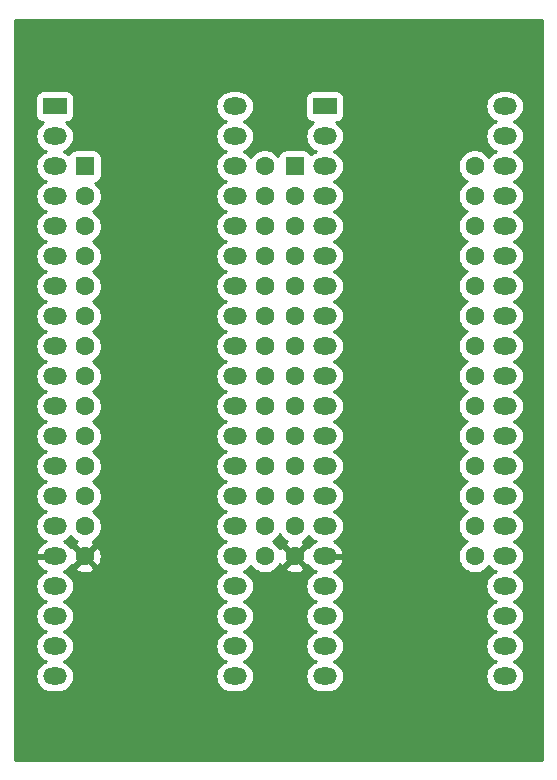
<source format=gbl>
G04 #@! TF.GenerationSoftware,KiCad,Pcbnew,(5.1.5)-3*
G04 #@! TF.CreationDate,2021-04-08T22:52:58+09:00*
G04 #@! TF.ProjectId,ROM28toEPROM32,524f4d32-3874-46f4-9550-524f4d33322e,rev?*
G04 #@! TF.SameCoordinates,Original*
G04 #@! TF.FileFunction,Copper,L2,Bot*
G04 #@! TF.FilePolarity,Positive*
%FSLAX46Y46*%
G04 Gerber Fmt 4.6, Leading zero omitted, Abs format (unit mm)*
G04 Created by KiCad (PCBNEW (5.1.5)-3) date 2021-04-08 22:52:58*
%MOMM*%
%LPD*%
G04 APERTURE LIST*
%ADD10C,1.600000*%
%ADD11R,1.600000X1.600000*%
%ADD12O,2.000000X1.440000*%
%ADD13R,2.000000X1.440000*%
%ADD14C,0.800000*%
%ADD15C,0.254000*%
G04 APERTURE END LIST*
D10*
X96520000Y-99314000D03*
X111760000Y-99314000D03*
X96520000Y-96774000D03*
X111760000Y-96774000D03*
X96520000Y-94234000D03*
X111760000Y-94234000D03*
X96520000Y-91694000D03*
X111760000Y-91694000D03*
X96520000Y-89154000D03*
X111760000Y-89154000D03*
X96520000Y-86614000D03*
X111760000Y-86614000D03*
X96520000Y-84074000D03*
X111760000Y-84074000D03*
X96520000Y-81534000D03*
X111760000Y-81534000D03*
X96520000Y-78994000D03*
X111760000Y-78994000D03*
X96520000Y-76454000D03*
X111760000Y-76454000D03*
X96520000Y-73914000D03*
X111760000Y-73914000D03*
X96520000Y-71374000D03*
X111760000Y-71374000D03*
X96520000Y-68834000D03*
X111760000Y-68834000D03*
D11*
X96520000Y-66294000D03*
D10*
X111760000Y-66294000D03*
X78740000Y-99314000D03*
X93980000Y-99314000D03*
X78740000Y-96774000D03*
X93980000Y-96774000D03*
X78740000Y-94234000D03*
X93980000Y-94234000D03*
X78740000Y-91694000D03*
X93980000Y-91694000D03*
X78740000Y-89154000D03*
X93980000Y-89154000D03*
X78740000Y-86614000D03*
X93980000Y-86614000D03*
X78740000Y-84074000D03*
X93980000Y-84074000D03*
X78740000Y-81534000D03*
X93980000Y-81534000D03*
X78740000Y-78994000D03*
X93980000Y-78994000D03*
X78740000Y-76454000D03*
X93980000Y-76454000D03*
X78740000Y-73914000D03*
X93980000Y-73914000D03*
X78740000Y-71374000D03*
X93980000Y-71374000D03*
X78740000Y-68834000D03*
X93980000Y-68834000D03*
D11*
X78740000Y-66294000D03*
D10*
X93980000Y-66294000D03*
D12*
X114300000Y-109474000D03*
X99060000Y-109474000D03*
X114300000Y-106934000D03*
X99060000Y-106934000D03*
X114300000Y-104394000D03*
X99060000Y-104394000D03*
X114300000Y-101854000D03*
X99060000Y-101854000D03*
X114300000Y-99314000D03*
X99060000Y-99314000D03*
X114300000Y-96774000D03*
X99060000Y-96774000D03*
X114300000Y-94234000D03*
X99060000Y-94234000D03*
X114300000Y-91694000D03*
X99060000Y-91694000D03*
X114300000Y-89154000D03*
X99060000Y-89154000D03*
X114300000Y-86614000D03*
X99060000Y-86614000D03*
X114300000Y-84074000D03*
X99060000Y-84074000D03*
X114300000Y-81534000D03*
X99060000Y-81534000D03*
X114300000Y-78994000D03*
X99060000Y-78994000D03*
X114300000Y-76454000D03*
X99060000Y-76454000D03*
X114300000Y-73914000D03*
X99060000Y-73914000D03*
X114300000Y-71374000D03*
X99060000Y-71374000D03*
X114300000Y-68834000D03*
X99060000Y-68834000D03*
X114300000Y-66294000D03*
X99060000Y-66294000D03*
X114300000Y-63754000D03*
X99060000Y-63754000D03*
X114300000Y-61214000D03*
D13*
X99060000Y-61214000D03*
D12*
X91440000Y-109474000D03*
X76200000Y-109474000D03*
X91440000Y-106934000D03*
X76200000Y-106934000D03*
X91440000Y-104394000D03*
X76200000Y-104394000D03*
X91440000Y-101854000D03*
X76200000Y-101854000D03*
X91440000Y-99314000D03*
X76200000Y-99314000D03*
X91440000Y-96774000D03*
X76200000Y-96774000D03*
X91440000Y-94234000D03*
X76200000Y-94234000D03*
X91440000Y-91694000D03*
X76200000Y-91694000D03*
X91440000Y-89154000D03*
X76200000Y-89154000D03*
X91440000Y-86614000D03*
X76200000Y-86614000D03*
X91440000Y-84074000D03*
X76200000Y-84074000D03*
X91440000Y-81534000D03*
X76200000Y-81534000D03*
X91440000Y-78994000D03*
X76200000Y-78994000D03*
X91440000Y-76454000D03*
X76200000Y-76454000D03*
X91440000Y-73914000D03*
X76200000Y-73914000D03*
X91440000Y-71374000D03*
X76200000Y-71374000D03*
X91440000Y-68834000D03*
X76200000Y-68834000D03*
X91440000Y-66294000D03*
X76200000Y-66294000D03*
X91440000Y-63754000D03*
X76200000Y-63754000D03*
X91440000Y-61214000D03*
D13*
X76200000Y-61214000D03*
D14*
X86360000Y-68834000D03*
X109220000Y-68580000D03*
X86360000Y-99060000D03*
X83820000Y-93980000D03*
X86360000Y-88900000D03*
X83820000Y-83820000D03*
X81280000Y-71120000D03*
X83820000Y-78740000D03*
X83820000Y-104140000D03*
X81280000Y-109220000D03*
X81280000Y-101600000D03*
X88900000Y-73660000D03*
X86360000Y-63500000D03*
X88900000Y-66040000D03*
X86360000Y-73660000D03*
X76200000Y-55880000D03*
X83820000Y-55880000D03*
X91440000Y-55880000D03*
X114300000Y-55880000D03*
X99060000Y-55880000D03*
X106680000Y-55880000D03*
X81280000Y-58420000D03*
X88900000Y-58420000D03*
X96520000Y-58420000D03*
X104140000Y-58420000D03*
X111760000Y-58420000D03*
X81280000Y-114300000D03*
X76200000Y-114300000D03*
X86360000Y-114300000D03*
X91440000Y-114300000D03*
X96520000Y-114300000D03*
X101600000Y-114300000D03*
X106680000Y-114300000D03*
X111760000Y-114300000D03*
X86360000Y-106680000D03*
X109220000Y-76200000D03*
X109220000Y-63500000D03*
X104140000Y-68580000D03*
X101600000Y-71120000D03*
X101600000Y-78740000D03*
X101600000Y-88900000D03*
X101600000Y-99060000D03*
X101600000Y-106680000D03*
X104140000Y-83820000D03*
X104140000Y-93980000D03*
X104140000Y-101600000D03*
X104140000Y-111760000D03*
X106680000Y-88900000D03*
X106680000Y-99060000D03*
X106680000Y-106680000D03*
X109220000Y-83820000D03*
X109220000Y-93980000D03*
X109220000Y-101600000D03*
X109220000Y-109220000D03*
X96520000Y-63500000D03*
D15*
G36*
X117508001Y-116548000D02*
G01*
X72828000Y-116548000D01*
X72828000Y-63754000D01*
X74558444Y-63754000D01*
X74584606Y-64019626D01*
X74662086Y-64275045D01*
X74787908Y-64510440D01*
X74957235Y-64716765D01*
X75163560Y-64886092D01*
X75398955Y-65011914D01*
X75438797Y-65024000D01*
X75398955Y-65036086D01*
X75163560Y-65161908D01*
X74957235Y-65331235D01*
X74787908Y-65537560D01*
X74662086Y-65772955D01*
X74584606Y-66028374D01*
X74558444Y-66294000D01*
X74584606Y-66559626D01*
X74662086Y-66815045D01*
X74787908Y-67050440D01*
X74957235Y-67256765D01*
X75163560Y-67426092D01*
X75398955Y-67551914D01*
X75438797Y-67564000D01*
X75398955Y-67576086D01*
X75163560Y-67701908D01*
X74957235Y-67871235D01*
X74787908Y-68077560D01*
X74662086Y-68312955D01*
X74584606Y-68568374D01*
X74558444Y-68834000D01*
X74584606Y-69099626D01*
X74662086Y-69355045D01*
X74787908Y-69590440D01*
X74957235Y-69796765D01*
X75163560Y-69966092D01*
X75398955Y-70091914D01*
X75438797Y-70104000D01*
X75398955Y-70116086D01*
X75163560Y-70241908D01*
X74957235Y-70411235D01*
X74787908Y-70617560D01*
X74662086Y-70852955D01*
X74584606Y-71108374D01*
X74558444Y-71374000D01*
X74584606Y-71639626D01*
X74662086Y-71895045D01*
X74787908Y-72130440D01*
X74957235Y-72336765D01*
X75163560Y-72506092D01*
X75398955Y-72631914D01*
X75438797Y-72644000D01*
X75398955Y-72656086D01*
X75163560Y-72781908D01*
X74957235Y-72951235D01*
X74787908Y-73157560D01*
X74662086Y-73392955D01*
X74584606Y-73648374D01*
X74558444Y-73914000D01*
X74584606Y-74179626D01*
X74662086Y-74435045D01*
X74787908Y-74670440D01*
X74957235Y-74876765D01*
X75163560Y-75046092D01*
X75398955Y-75171914D01*
X75438797Y-75184000D01*
X75398955Y-75196086D01*
X75163560Y-75321908D01*
X74957235Y-75491235D01*
X74787908Y-75697560D01*
X74662086Y-75932955D01*
X74584606Y-76188374D01*
X74558444Y-76454000D01*
X74584606Y-76719626D01*
X74662086Y-76975045D01*
X74787908Y-77210440D01*
X74957235Y-77416765D01*
X75163560Y-77586092D01*
X75398955Y-77711914D01*
X75438797Y-77724000D01*
X75398955Y-77736086D01*
X75163560Y-77861908D01*
X74957235Y-78031235D01*
X74787908Y-78237560D01*
X74662086Y-78472955D01*
X74584606Y-78728374D01*
X74558444Y-78994000D01*
X74584606Y-79259626D01*
X74662086Y-79515045D01*
X74787908Y-79750440D01*
X74957235Y-79956765D01*
X75163560Y-80126092D01*
X75398955Y-80251914D01*
X75438797Y-80264000D01*
X75398955Y-80276086D01*
X75163560Y-80401908D01*
X74957235Y-80571235D01*
X74787908Y-80777560D01*
X74662086Y-81012955D01*
X74584606Y-81268374D01*
X74558444Y-81534000D01*
X74584606Y-81799626D01*
X74662086Y-82055045D01*
X74787908Y-82290440D01*
X74957235Y-82496765D01*
X75163560Y-82666092D01*
X75398955Y-82791914D01*
X75438797Y-82804000D01*
X75398955Y-82816086D01*
X75163560Y-82941908D01*
X74957235Y-83111235D01*
X74787908Y-83317560D01*
X74662086Y-83552955D01*
X74584606Y-83808374D01*
X74558444Y-84074000D01*
X74584606Y-84339626D01*
X74662086Y-84595045D01*
X74787908Y-84830440D01*
X74957235Y-85036765D01*
X75163560Y-85206092D01*
X75398955Y-85331914D01*
X75438797Y-85344000D01*
X75398955Y-85356086D01*
X75163560Y-85481908D01*
X74957235Y-85651235D01*
X74787908Y-85857560D01*
X74662086Y-86092955D01*
X74584606Y-86348374D01*
X74558444Y-86614000D01*
X74584606Y-86879626D01*
X74662086Y-87135045D01*
X74787908Y-87370440D01*
X74957235Y-87576765D01*
X75163560Y-87746092D01*
X75398955Y-87871914D01*
X75438797Y-87884000D01*
X75398955Y-87896086D01*
X75163560Y-88021908D01*
X74957235Y-88191235D01*
X74787908Y-88397560D01*
X74662086Y-88632955D01*
X74584606Y-88888374D01*
X74558444Y-89154000D01*
X74584606Y-89419626D01*
X74662086Y-89675045D01*
X74787908Y-89910440D01*
X74957235Y-90116765D01*
X75163560Y-90286092D01*
X75398955Y-90411914D01*
X75438797Y-90424000D01*
X75398955Y-90436086D01*
X75163560Y-90561908D01*
X74957235Y-90731235D01*
X74787908Y-90937560D01*
X74662086Y-91172955D01*
X74584606Y-91428374D01*
X74558444Y-91694000D01*
X74584606Y-91959626D01*
X74662086Y-92215045D01*
X74787908Y-92450440D01*
X74957235Y-92656765D01*
X75163560Y-92826092D01*
X75398955Y-92951914D01*
X75438797Y-92964000D01*
X75398955Y-92976086D01*
X75163560Y-93101908D01*
X74957235Y-93271235D01*
X74787908Y-93477560D01*
X74662086Y-93712955D01*
X74584606Y-93968374D01*
X74558444Y-94234000D01*
X74584606Y-94499626D01*
X74662086Y-94755045D01*
X74787908Y-94990440D01*
X74957235Y-95196765D01*
X75163560Y-95366092D01*
X75398955Y-95491914D01*
X75438797Y-95504000D01*
X75398955Y-95516086D01*
X75163560Y-95641908D01*
X74957235Y-95811235D01*
X74787908Y-96017560D01*
X74662086Y-96252955D01*
X74584606Y-96508374D01*
X74558444Y-96774000D01*
X74584606Y-97039626D01*
X74662086Y-97295045D01*
X74787908Y-97530440D01*
X74957235Y-97736765D01*
X75163560Y-97906092D01*
X75398955Y-98031914D01*
X75443759Y-98045505D01*
X75284131Y-98110744D01*
X75061605Y-98257916D01*
X74872067Y-98445673D01*
X74722801Y-98666799D01*
X74619542Y-98912797D01*
X74607441Y-98977528D01*
X74730511Y-99187000D01*
X76073000Y-99187000D01*
X76073000Y-99167000D01*
X76327000Y-99167000D01*
X76327000Y-99187000D01*
X76347000Y-99187000D01*
X76347000Y-99441000D01*
X76327000Y-99441000D01*
X76327000Y-99461000D01*
X76073000Y-99461000D01*
X76073000Y-99441000D01*
X74730511Y-99441000D01*
X74607441Y-99650472D01*
X74619542Y-99715203D01*
X74722801Y-99961201D01*
X74872067Y-100182327D01*
X75061605Y-100370084D01*
X75284131Y-100517256D01*
X75443759Y-100582495D01*
X75398955Y-100596086D01*
X75163560Y-100721908D01*
X74957235Y-100891235D01*
X74787908Y-101097560D01*
X74662086Y-101332955D01*
X74584606Y-101588374D01*
X74558444Y-101854000D01*
X74584606Y-102119626D01*
X74662086Y-102375045D01*
X74787908Y-102610440D01*
X74957235Y-102816765D01*
X75163560Y-102986092D01*
X75398955Y-103111914D01*
X75438797Y-103124000D01*
X75398955Y-103136086D01*
X75163560Y-103261908D01*
X74957235Y-103431235D01*
X74787908Y-103637560D01*
X74662086Y-103872955D01*
X74584606Y-104128374D01*
X74558444Y-104394000D01*
X74584606Y-104659626D01*
X74662086Y-104915045D01*
X74787908Y-105150440D01*
X74957235Y-105356765D01*
X75163560Y-105526092D01*
X75398955Y-105651914D01*
X75438797Y-105664000D01*
X75398955Y-105676086D01*
X75163560Y-105801908D01*
X74957235Y-105971235D01*
X74787908Y-106177560D01*
X74662086Y-106412955D01*
X74584606Y-106668374D01*
X74558444Y-106934000D01*
X74584606Y-107199626D01*
X74662086Y-107455045D01*
X74787908Y-107690440D01*
X74957235Y-107896765D01*
X75163560Y-108066092D01*
X75398955Y-108191914D01*
X75438797Y-108204000D01*
X75398955Y-108216086D01*
X75163560Y-108341908D01*
X74957235Y-108511235D01*
X74787908Y-108717560D01*
X74662086Y-108952955D01*
X74584606Y-109208374D01*
X74558444Y-109474000D01*
X74584606Y-109739626D01*
X74662086Y-109995045D01*
X74787908Y-110230440D01*
X74957235Y-110436765D01*
X75163560Y-110606092D01*
X75398955Y-110731914D01*
X75654374Y-110809394D01*
X75853436Y-110829000D01*
X76546564Y-110829000D01*
X76745626Y-110809394D01*
X77001045Y-110731914D01*
X77236440Y-110606092D01*
X77442765Y-110436765D01*
X77612092Y-110230440D01*
X77737914Y-109995045D01*
X77815394Y-109739626D01*
X77841556Y-109474000D01*
X77815394Y-109208374D01*
X77737914Y-108952955D01*
X77612092Y-108717560D01*
X77442765Y-108511235D01*
X77236440Y-108341908D01*
X77001045Y-108216086D01*
X76961203Y-108204000D01*
X77001045Y-108191914D01*
X77236440Y-108066092D01*
X77442765Y-107896765D01*
X77612092Y-107690440D01*
X77737914Y-107455045D01*
X77815394Y-107199626D01*
X77841556Y-106934000D01*
X77815394Y-106668374D01*
X77737914Y-106412955D01*
X77612092Y-106177560D01*
X77442765Y-105971235D01*
X77236440Y-105801908D01*
X77001045Y-105676086D01*
X76961203Y-105664000D01*
X77001045Y-105651914D01*
X77236440Y-105526092D01*
X77442765Y-105356765D01*
X77612092Y-105150440D01*
X77737914Y-104915045D01*
X77815394Y-104659626D01*
X77841556Y-104394000D01*
X77815394Y-104128374D01*
X77737914Y-103872955D01*
X77612092Y-103637560D01*
X77442765Y-103431235D01*
X77236440Y-103261908D01*
X77001045Y-103136086D01*
X76961203Y-103124000D01*
X77001045Y-103111914D01*
X77236440Y-102986092D01*
X77442765Y-102816765D01*
X77612092Y-102610440D01*
X77737914Y-102375045D01*
X77815394Y-102119626D01*
X77841556Y-101854000D01*
X77815394Y-101588374D01*
X77737914Y-101332955D01*
X77612092Y-101097560D01*
X77442765Y-100891235D01*
X77236440Y-100721908D01*
X77001045Y-100596086D01*
X76956241Y-100582495D01*
X77115869Y-100517256D01*
X77338395Y-100370084D01*
X77402378Y-100306702D01*
X77926903Y-100306702D01*
X77998486Y-100550671D01*
X78253996Y-100671571D01*
X78528184Y-100740300D01*
X78810512Y-100754217D01*
X79090130Y-100712787D01*
X79356292Y-100617603D01*
X79481514Y-100550671D01*
X79553097Y-100306702D01*
X78740000Y-99493605D01*
X77926903Y-100306702D01*
X77402378Y-100306702D01*
X77527933Y-100182327D01*
X77595316Y-100082504D01*
X77747298Y-100127097D01*
X78560395Y-99314000D01*
X78919605Y-99314000D01*
X79732702Y-100127097D01*
X79976671Y-100055514D01*
X80097571Y-99800004D01*
X80166300Y-99525816D01*
X80180217Y-99243488D01*
X80138787Y-98963870D01*
X80043603Y-98697708D01*
X79976671Y-98572486D01*
X79732702Y-98500903D01*
X78919605Y-99314000D01*
X78560395Y-99314000D01*
X77747298Y-98500903D01*
X77595316Y-98545496D01*
X77527933Y-98445673D01*
X77338395Y-98257916D01*
X77115869Y-98110744D01*
X76956241Y-98045505D01*
X77001045Y-98031914D01*
X77236440Y-97906092D01*
X77442765Y-97736765D01*
X77561097Y-97592578D01*
X77625363Y-97688759D01*
X77825241Y-97888637D01*
X78059128Y-98044915D01*
X77998486Y-98077329D01*
X77926903Y-98321298D01*
X78740000Y-99134395D01*
X79553097Y-98321298D01*
X79481514Y-98077329D01*
X79417008Y-98046806D01*
X79419727Y-98045680D01*
X79654759Y-97888637D01*
X79854637Y-97688759D01*
X80011680Y-97453727D01*
X80119853Y-97192574D01*
X80175000Y-96915335D01*
X80175000Y-96632665D01*
X80119853Y-96355426D01*
X80011680Y-96094273D01*
X79854637Y-95859241D01*
X79654759Y-95659363D01*
X79422241Y-95504000D01*
X79654759Y-95348637D01*
X79854637Y-95148759D01*
X80011680Y-94913727D01*
X80119853Y-94652574D01*
X80175000Y-94375335D01*
X80175000Y-94092665D01*
X80119853Y-93815426D01*
X80011680Y-93554273D01*
X79854637Y-93319241D01*
X79654759Y-93119363D01*
X79422241Y-92964000D01*
X79654759Y-92808637D01*
X79854637Y-92608759D01*
X80011680Y-92373727D01*
X80119853Y-92112574D01*
X80175000Y-91835335D01*
X80175000Y-91552665D01*
X80119853Y-91275426D01*
X80011680Y-91014273D01*
X79854637Y-90779241D01*
X79654759Y-90579363D01*
X79422241Y-90424000D01*
X79654759Y-90268637D01*
X79854637Y-90068759D01*
X80011680Y-89833727D01*
X80119853Y-89572574D01*
X80175000Y-89295335D01*
X80175000Y-89012665D01*
X80119853Y-88735426D01*
X80011680Y-88474273D01*
X79854637Y-88239241D01*
X79654759Y-88039363D01*
X79422241Y-87884000D01*
X79654759Y-87728637D01*
X79854637Y-87528759D01*
X80011680Y-87293727D01*
X80119853Y-87032574D01*
X80175000Y-86755335D01*
X80175000Y-86472665D01*
X80119853Y-86195426D01*
X80011680Y-85934273D01*
X79854637Y-85699241D01*
X79654759Y-85499363D01*
X79422241Y-85344000D01*
X79654759Y-85188637D01*
X79854637Y-84988759D01*
X80011680Y-84753727D01*
X80119853Y-84492574D01*
X80175000Y-84215335D01*
X80175000Y-83932665D01*
X80119853Y-83655426D01*
X80011680Y-83394273D01*
X79854637Y-83159241D01*
X79654759Y-82959363D01*
X79422241Y-82804000D01*
X79654759Y-82648637D01*
X79854637Y-82448759D01*
X80011680Y-82213727D01*
X80119853Y-81952574D01*
X80175000Y-81675335D01*
X80175000Y-81392665D01*
X80119853Y-81115426D01*
X80011680Y-80854273D01*
X79854637Y-80619241D01*
X79654759Y-80419363D01*
X79422241Y-80264000D01*
X79654759Y-80108637D01*
X79854637Y-79908759D01*
X80011680Y-79673727D01*
X80119853Y-79412574D01*
X80175000Y-79135335D01*
X80175000Y-78852665D01*
X80119853Y-78575426D01*
X80011680Y-78314273D01*
X79854637Y-78079241D01*
X79654759Y-77879363D01*
X79422241Y-77724000D01*
X79654759Y-77568637D01*
X79854637Y-77368759D01*
X80011680Y-77133727D01*
X80119853Y-76872574D01*
X80175000Y-76595335D01*
X80175000Y-76312665D01*
X80119853Y-76035426D01*
X80011680Y-75774273D01*
X79854637Y-75539241D01*
X79654759Y-75339363D01*
X79422241Y-75184000D01*
X79654759Y-75028637D01*
X79854637Y-74828759D01*
X80011680Y-74593727D01*
X80119853Y-74332574D01*
X80175000Y-74055335D01*
X80175000Y-73772665D01*
X80119853Y-73495426D01*
X80011680Y-73234273D01*
X79854637Y-72999241D01*
X79654759Y-72799363D01*
X79422241Y-72644000D01*
X79654759Y-72488637D01*
X79854637Y-72288759D01*
X80011680Y-72053727D01*
X80119853Y-71792574D01*
X80175000Y-71515335D01*
X80175000Y-71232665D01*
X80119853Y-70955426D01*
X80011680Y-70694273D01*
X79854637Y-70459241D01*
X79654759Y-70259363D01*
X79422241Y-70104000D01*
X79654759Y-69948637D01*
X79854637Y-69748759D01*
X80011680Y-69513727D01*
X80119853Y-69252574D01*
X80175000Y-68975335D01*
X80175000Y-68692665D01*
X80119853Y-68415426D01*
X80011680Y-68154273D01*
X79854637Y-67919241D01*
X79656039Y-67720643D01*
X79664482Y-67719812D01*
X79784180Y-67683502D01*
X79894494Y-67624537D01*
X79991185Y-67545185D01*
X80070537Y-67448494D01*
X80129502Y-67338180D01*
X80165812Y-67218482D01*
X80178072Y-67094000D01*
X80178072Y-65494000D01*
X80165812Y-65369518D01*
X80129502Y-65249820D01*
X80070537Y-65139506D01*
X79991185Y-65042815D01*
X79894494Y-64963463D01*
X79784180Y-64904498D01*
X79664482Y-64868188D01*
X79540000Y-64855928D01*
X77940000Y-64855928D01*
X77815518Y-64868188D01*
X77695820Y-64904498D01*
X77585506Y-64963463D01*
X77488815Y-65042815D01*
X77409463Y-65139506D01*
X77350498Y-65249820D01*
X77349115Y-65254378D01*
X77236440Y-65161908D01*
X77001045Y-65036086D01*
X76961203Y-65024000D01*
X77001045Y-65011914D01*
X77236440Y-64886092D01*
X77442765Y-64716765D01*
X77612092Y-64510440D01*
X77737914Y-64275045D01*
X77815394Y-64019626D01*
X77841556Y-63754000D01*
X77815394Y-63488374D01*
X77737914Y-63232955D01*
X77612092Y-62997560D01*
X77442765Y-62791235D01*
X77236440Y-62621908D01*
X77143204Y-62572072D01*
X77200000Y-62572072D01*
X77324482Y-62559812D01*
X77444180Y-62523502D01*
X77554494Y-62464537D01*
X77651185Y-62385185D01*
X77730537Y-62288494D01*
X77789502Y-62178180D01*
X77825812Y-62058482D01*
X77838072Y-61934000D01*
X77838072Y-61214000D01*
X89798444Y-61214000D01*
X89824606Y-61479626D01*
X89902086Y-61735045D01*
X90027908Y-61970440D01*
X90197235Y-62176765D01*
X90403560Y-62346092D01*
X90638955Y-62471914D01*
X90678797Y-62484000D01*
X90638955Y-62496086D01*
X90403560Y-62621908D01*
X90197235Y-62791235D01*
X90027908Y-62997560D01*
X89902086Y-63232955D01*
X89824606Y-63488374D01*
X89798444Y-63754000D01*
X89824606Y-64019626D01*
X89902086Y-64275045D01*
X90027908Y-64510440D01*
X90197235Y-64716765D01*
X90403560Y-64886092D01*
X90638955Y-65011914D01*
X90678797Y-65024000D01*
X90638955Y-65036086D01*
X90403560Y-65161908D01*
X90197235Y-65331235D01*
X90027908Y-65537560D01*
X89902086Y-65772955D01*
X89824606Y-66028374D01*
X89798444Y-66294000D01*
X89824606Y-66559626D01*
X89902086Y-66815045D01*
X90027908Y-67050440D01*
X90197235Y-67256765D01*
X90403560Y-67426092D01*
X90638955Y-67551914D01*
X90678797Y-67564000D01*
X90638955Y-67576086D01*
X90403560Y-67701908D01*
X90197235Y-67871235D01*
X90027908Y-68077560D01*
X89902086Y-68312955D01*
X89824606Y-68568374D01*
X89798444Y-68834000D01*
X89824606Y-69099626D01*
X89902086Y-69355045D01*
X90027908Y-69590440D01*
X90197235Y-69796765D01*
X90403560Y-69966092D01*
X90638955Y-70091914D01*
X90678797Y-70104000D01*
X90638955Y-70116086D01*
X90403560Y-70241908D01*
X90197235Y-70411235D01*
X90027908Y-70617560D01*
X89902086Y-70852955D01*
X89824606Y-71108374D01*
X89798444Y-71374000D01*
X89824606Y-71639626D01*
X89902086Y-71895045D01*
X90027908Y-72130440D01*
X90197235Y-72336765D01*
X90403560Y-72506092D01*
X90638955Y-72631914D01*
X90678797Y-72644000D01*
X90638955Y-72656086D01*
X90403560Y-72781908D01*
X90197235Y-72951235D01*
X90027908Y-73157560D01*
X89902086Y-73392955D01*
X89824606Y-73648374D01*
X89798444Y-73914000D01*
X89824606Y-74179626D01*
X89902086Y-74435045D01*
X90027908Y-74670440D01*
X90197235Y-74876765D01*
X90403560Y-75046092D01*
X90638955Y-75171914D01*
X90678797Y-75184000D01*
X90638955Y-75196086D01*
X90403560Y-75321908D01*
X90197235Y-75491235D01*
X90027908Y-75697560D01*
X89902086Y-75932955D01*
X89824606Y-76188374D01*
X89798444Y-76454000D01*
X89824606Y-76719626D01*
X89902086Y-76975045D01*
X90027908Y-77210440D01*
X90197235Y-77416765D01*
X90403560Y-77586092D01*
X90638955Y-77711914D01*
X90678797Y-77724000D01*
X90638955Y-77736086D01*
X90403560Y-77861908D01*
X90197235Y-78031235D01*
X90027908Y-78237560D01*
X89902086Y-78472955D01*
X89824606Y-78728374D01*
X89798444Y-78994000D01*
X89824606Y-79259626D01*
X89902086Y-79515045D01*
X90027908Y-79750440D01*
X90197235Y-79956765D01*
X90403560Y-80126092D01*
X90638955Y-80251914D01*
X90678797Y-80264000D01*
X90638955Y-80276086D01*
X90403560Y-80401908D01*
X90197235Y-80571235D01*
X90027908Y-80777560D01*
X89902086Y-81012955D01*
X89824606Y-81268374D01*
X89798444Y-81534000D01*
X89824606Y-81799626D01*
X89902086Y-82055045D01*
X90027908Y-82290440D01*
X90197235Y-82496765D01*
X90403560Y-82666092D01*
X90638955Y-82791914D01*
X90678797Y-82804000D01*
X90638955Y-82816086D01*
X90403560Y-82941908D01*
X90197235Y-83111235D01*
X90027908Y-83317560D01*
X89902086Y-83552955D01*
X89824606Y-83808374D01*
X89798444Y-84074000D01*
X89824606Y-84339626D01*
X89902086Y-84595045D01*
X90027908Y-84830440D01*
X90197235Y-85036765D01*
X90403560Y-85206092D01*
X90638955Y-85331914D01*
X90678797Y-85344000D01*
X90638955Y-85356086D01*
X90403560Y-85481908D01*
X90197235Y-85651235D01*
X90027908Y-85857560D01*
X89902086Y-86092955D01*
X89824606Y-86348374D01*
X89798444Y-86614000D01*
X89824606Y-86879626D01*
X89902086Y-87135045D01*
X90027908Y-87370440D01*
X90197235Y-87576765D01*
X90403560Y-87746092D01*
X90638955Y-87871914D01*
X90678797Y-87884000D01*
X90638955Y-87896086D01*
X90403560Y-88021908D01*
X90197235Y-88191235D01*
X90027908Y-88397560D01*
X89902086Y-88632955D01*
X89824606Y-88888374D01*
X89798444Y-89154000D01*
X89824606Y-89419626D01*
X89902086Y-89675045D01*
X90027908Y-89910440D01*
X90197235Y-90116765D01*
X90403560Y-90286092D01*
X90638955Y-90411914D01*
X90678797Y-90424000D01*
X90638955Y-90436086D01*
X90403560Y-90561908D01*
X90197235Y-90731235D01*
X90027908Y-90937560D01*
X89902086Y-91172955D01*
X89824606Y-91428374D01*
X89798444Y-91694000D01*
X89824606Y-91959626D01*
X89902086Y-92215045D01*
X90027908Y-92450440D01*
X90197235Y-92656765D01*
X90403560Y-92826092D01*
X90638955Y-92951914D01*
X90678797Y-92964000D01*
X90638955Y-92976086D01*
X90403560Y-93101908D01*
X90197235Y-93271235D01*
X90027908Y-93477560D01*
X89902086Y-93712955D01*
X89824606Y-93968374D01*
X89798444Y-94234000D01*
X89824606Y-94499626D01*
X89902086Y-94755045D01*
X90027908Y-94990440D01*
X90197235Y-95196765D01*
X90403560Y-95366092D01*
X90638955Y-95491914D01*
X90678797Y-95504000D01*
X90638955Y-95516086D01*
X90403560Y-95641908D01*
X90197235Y-95811235D01*
X90027908Y-96017560D01*
X89902086Y-96252955D01*
X89824606Y-96508374D01*
X89798444Y-96774000D01*
X89824606Y-97039626D01*
X89902086Y-97295045D01*
X90027908Y-97530440D01*
X90197235Y-97736765D01*
X90403560Y-97906092D01*
X90638955Y-98031914D01*
X90678797Y-98044000D01*
X90638955Y-98056086D01*
X90403560Y-98181908D01*
X90197235Y-98351235D01*
X90027908Y-98557560D01*
X89902086Y-98792955D01*
X89824606Y-99048374D01*
X89798444Y-99314000D01*
X89824606Y-99579626D01*
X89902086Y-99835045D01*
X90027908Y-100070440D01*
X90197235Y-100276765D01*
X90403560Y-100446092D01*
X90638955Y-100571914D01*
X90678797Y-100584000D01*
X90638955Y-100596086D01*
X90403560Y-100721908D01*
X90197235Y-100891235D01*
X90027908Y-101097560D01*
X89902086Y-101332955D01*
X89824606Y-101588374D01*
X89798444Y-101854000D01*
X89824606Y-102119626D01*
X89902086Y-102375045D01*
X90027908Y-102610440D01*
X90197235Y-102816765D01*
X90403560Y-102986092D01*
X90638955Y-103111914D01*
X90678797Y-103124000D01*
X90638955Y-103136086D01*
X90403560Y-103261908D01*
X90197235Y-103431235D01*
X90027908Y-103637560D01*
X89902086Y-103872955D01*
X89824606Y-104128374D01*
X89798444Y-104394000D01*
X89824606Y-104659626D01*
X89902086Y-104915045D01*
X90027908Y-105150440D01*
X90197235Y-105356765D01*
X90403560Y-105526092D01*
X90638955Y-105651914D01*
X90678797Y-105664000D01*
X90638955Y-105676086D01*
X90403560Y-105801908D01*
X90197235Y-105971235D01*
X90027908Y-106177560D01*
X89902086Y-106412955D01*
X89824606Y-106668374D01*
X89798444Y-106934000D01*
X89824606Y-107199626D01*
X89902086Y-107455045D01*
X90027908Y-107690440D01*
X90197235Y-107896765D01*
X90403560Y-108066092D01*
X90638955Y-108191914D01*
X90678797Y-108204000D01*
X90638955Y-108216086D01*
X90403560Y-108341908D01*
X90197235Y-108511235D01*
X90027908Y-108717560D01*
X89902086Y-108952955D01*
X89824606Y-109208374D01*
X89798444Y-109474000D01*
X89824606Y-109739626D01*
X89902086Y-109995045D01*
X90027908Y-110230440D01*
X90197235Y-110436765D01*
X90403560Y-110606092D01*
X90638955Y-110731914D01*
X90894374Y-110809394D01*
X91093436Y-110829000D01*
X91786564Y-110829000D01*
X91985626Y-110809394D01*
X92241045Y-110731914D01*
X92476440Y-110606092D01*
X92682765Y-110436765D01*
X92852092Y-110230440D01*
X92977914Y-109995045D01*
X93055394Y-109739626D01*
X93081556Y-109474000D01*
X93055394Y-109208374D01*
X92977914Y-108952955D01*
X92852092Y-108717560D01*
X92682765Y-108511235D01*
X92476440Y-108341908D01*
X92241045Y-108216086D01*
X92201203Y-108204000D01*
X92241045Y-108191914D01*
X92476440Y-108066092D01*
X92682765Y-107896765D01*
X92852092Y-107690440D01*
X92977914Y-107455045D01*
X93055394Y-107199626D01*
X93081556Y-106934000D01*
X93055394Y-106668374D01*
X92977914Y-106412955D01*
X92852092Y-106177560D01*
X92682765Y-105971235D01*
X92476440Y-105801908D01*
X92241045Y-105676086D01*
X92201203Y-105664000D01*
X92241045Y-105651914D01*
X92476440Y-105526092D01*
X92682765Y-105356765D01*
X92852092Y-105150440D01*
X92977914Y-104915045D01*
X93055394Y-104659626D01*
X93081556Y-104394000D01*
X93055394Y-104128374D01*
X92977914Y-103872955D01*
X92852092Y-103637560D01*
X92682765Y-103431235D01*
X92476440Y-103261908D01*
X92241045Y-103136086D01*
X92201203Y-103124000D01*
X92241045Y-103111914D01*
X92476440Y-102986092D01*
X92682765Y-102816765D01*
X92852092Y-102610440D01*
X92977914Y-102375045D01*
X93055394Y-102119626D01*
X93081556Y-101854000D01*
X93055394Y-101588374D01*
X92977914Y-101332955D01*
X92852092Y-101097560D01*
X92682765Y-100891235D01*
X92476440Y-100721908D01*
X92241045Y-100596086D01*
X92201203Y-100584000D01*
X92241045Y-100571914D01*
X92476440Y-100446092D01*
X92682765Y-100276765D01*
X92801097Y-100132578D01*
X92865363Y-100228759D01*
X93065241Y-100428637D01*
X93300273Y-100585680D01*
X93561426Y-100693853D01*
X93838665Y-100749000D01*
X94121335Y-100749000D01*
X94398574Y-100693853D01*
X94659727Y-100585680D01*
X94894759Y-100428637D01*
X95016694Y-100306702D01*
X95706903Y-100306702D01*
X95778486Y-100550671D01*
X96033996Y-100671571D01*
X96308184Y-100740300D01*
X96590512Y-100754217D01*
X96870130Y-100712787D01*
X97136292Y-100617603D01*
X97261514Y-100550671D01*
X97333097Y-100306702D01*
X96520000Y-99493605D01*
X95706903Y-100306702D01*
X95016694Y-100306702D01*
X95094637Y-100228759D01*
X95250915Y-99994872D01*
X95283329Y-100055514D01*
X95527298Y-100127097D01*
X96340395Y-99314000D01*
X95527298Y-98500903D01*
X95283329Y-98572486D01*
X95252806Y-98636992D01*
X95251680Y-98634273D01*
X95094637Y-98399241D01*
X94894759Y-98199363D01*
X94662241Y-98044000D01*
X94894759Y-97888637D01*
X95094637Y-97688759D01*
X95250000Y-97456241D01*
X95405363Y-97688759D01*
X95605241Y-97888637D01*
X95839128Y-98044915D01*
X95778486Y-98077329D01*
X95706903Y-98321298D01*
X96520000Y-99134395D01*
X97333097Y-98321298D01*
X97261514Y-98077329D01*
X97197008Y-98046806D01*
X97199727Y-98045680D01*
X97434759Y-97888637D01*
X97634637Y-97688759D01*
X97698903Y-97592578D01*
X97817235Y-97736765D01*
X98023560Y-97906092D01*
X98258955Y-98031914D01*
X98303759Y-98045505D01*
X98144131Y-98110744D01*
X97921605Y-98257916D01*
X97732067Y-98445673D01*
X97664684Y-98545496D01*
X97512702Y-98500903D01*
X96699605Y-99314000D01*
X97512702Y-100127097D01*
X97664684Y-100082504D01*
X97732067Y-100182327D01*
X97921605Y-100370084D01*
X98144131Y-100517256D01*
X98303759Y-100582495D01*
X98258955Y-100596086D01*
X98023560Y-100721908D01*
X97817235Y-100891235D01*
X97647908Y-101097560D01*
X97522086Y-101332955D01*
X97444606Y-101588374D01*
X97418444Y-101854000D01*
X97444606Y-102119626D01*
X97522086Y-102375045D01*
X97647908Y-102610440D01*
X97817235Y-102816765D01*
X98023560Y-102986092D01*
X98258955Y-103111914D01*
X98298797Y-103124000D01*
X98258955Y-103136086D01*
X98023560Y-103261908D01*
X97817235Y-103431235D01*
X97647908Y-103637560D01*
X97522086Y-103872955D01*
X97444606Y-104128374D01*
X97418444Y-104394000D01*
X97444606Y-104659626D01*
X97522086Y-104915045D01*
X97647908Y-105150440D01*
X97817235Y-105356765D01*
X98023560Y-105526092D01*
X98258955Y-105651914D01*
X98298797Y-105664000D01*
X98258955Y-105676086D01*
X98023560Y-105801908D01*
X97817235Y-105971235D01*
X97647908Y-106177560D01*
X97522086Y-106412955D01*
X97444606Y-106668374D01*
X97418444Y-106934000D01*
X97444606Y-107199626D01*
X97522086Y-107455045D01*
X97647908Y-107690440D01*
X97817235Y-107896765D01*
X98023560Y-108066092D01*
X98258955Y-108191914D01*
X98298797Y-108204000D01*
X98258955Y-108216086D01*
X98023560Y-108341908D01*
X97817235Y-108511235D01*
X97647908Y-108717560D01*
X97522086Y-108952955D01*
X97444606Y-109208374D01*
X97418444Y-109474000D01*
X97444606Y-109739626D01*
X97522086Y-109995045D01*
X97647908Y-110230440D01*
X97817235Y-110436765D01*
X98023560Y-110606092D01*
X98258955Y-110731914D01*
X98514374Y-110809394D01*
X98713436Y-110829000D01*
X99406564Y-110829000D01*
X99605626Y-110809394D01*
X99861045Y-110731914D01*
X100096440Y-110606092D01*
X100302765Y-110436765D01*
X100472092Y-110230440D01*
X100597914Y-109995045D01*
X100675394Y-109739626D01*
X100701556Y-109474000D01*
X100675394Y-109208374D01*
X100597914Y-108952955D01*
X100472092Y-108717560D01*
X100302765Y-108511235D01*
X100096440Y-108341908D01*
X99861045Y-108216086D01*
X99821203Y-108204000D01*
X99861045Y-108191914D01*
X100096440Y-108066092D01*
X100302765Y-107896765D01*
X100472092Y-107690440D01*
X100597914Y-107455045D01*
X100675394Y-107199626D01*
X100701556Y-106934000D01*
X100675394Y-106668374D01*
X100597914Y-106412955D01*
X100472092Y-106177560D01*
X100302765Y-105971235D01*
X100096440Y-105801908D01*
X99861045Y-105676086D01*
X99821203Y-105664000D01*
X99861045Y-105651914D01*
X100096440Y-105526092D01*
X100302765Y-105356765D01*
X100472092Y-105150440D01*
X100597914Y-104915045D01*
X100675394Y-104659626D01*
X100701556Y-104394000D01*
X100675394Y-104128374D01*
X100597914Y-103872955D01*
X100472092Y-103637560D01*
X100302765Y-103431235D01*
X100096440Y-103261908D01*
X99861045Y-103136086D01*
X99821203Y-103124000D01*
X99861045Y-103111914D01*
X100096440Y-102986092D01*
X100302765Y-102816765D01*
X100472092Y-102610440D01*
X100597914Y-102375045D01*
X100675394Y-102119626D01*
X100701556Y-101854000D01*
X100675394Y-101588374D01*
X100597914Y-101332955D01*
X100472092Y-101097560D01*
X100302765Y-100891235D01*
X100096440Y-100721908D01*
X99861045Y-100596086D01*
X99816241Y-100582495D01*
X99975869Y-100517256D01*
X100198395Y-100370084D01*
X100387933Y-100182327D01*
X100537199Y-99961201D01*
X100640458Y-99715203D01*
X100652559Y-99650472D01*
X100529489Y-99441000D01*
X99187000Y-99441000D01*
X99187000Y-99461000D01*
X98933000Y-99461000D01*
X98933000Y-99441000D01*
X98913000Y-99441000D01*
X98913000Y-99187000D01*
X98933000Y-99187000D01*
X98933000Y-99167000D01*
X99187000Y-99167000D01*
X99187000Y-99187000D01*
X100529489Y-99187000D01*
X100652559Y-98977528D01*
X100640458Y-98912797D01*
X100537199Y-98666799D01*
X100387933Y-98445673D01*
X100198395Y-98257916D01*
X99975869Y-98110744D01*
X99816241Y-98045505D01*
X99861045Y-98031914D01*
X100096440Y-97906092D01*
X100302765Y-97736765D01*
X100472092Y-97530440D01*
X100597914Y-97295045D01*
X100675394Y-97039626D01*
X100701556Y-96774000D01*
X100675394Y-96508374D01*
X100597914Y-96252955D01*
X100472092Y-96017560D01*
X100302765Y-95811235D01*
X100096440Y-95641908D01*
X99861045Y-95516086D01*
X99821203Y-95504000D01*
X99861045Y-95491914D01*
X100096440Y-95366092D01*
X100302765Y-95196765D01*
X100472092Y-94990440D01*
X100597914Y-94755045D01*
X100675394Y-94499626D01*
X100701556Y-94234000D01*
X100675394Y-93968374D01*
X100597914Y-93712955D01*
X100472092Y-93477560D01*
X100302765Y-93271235D01*
X100096440Y-93101908D01*
X99861045Y-92976086D01*
X99821203Y-92964000D01*
X99861045Y-92951914D01*
X100096440Y-92826092D01*
X100302765Y-92656765D01*
X100472092Y-92450440D01*
X100597914Y-92215045D01*
X100675394Y-91959626D01*
X100701556Y-91694000D01*
X100675394Y-91428374D01*
X100597914Y-91172955D01*
X100472092Y-90937560D01*
X100302765Y-90731235D01*
X100096440Y-90561908D01*
X99861045Y-90436086D01*
X99821203Y-90424000D01*
X99861045Y-90411914D01*
X100096440Y-90286092D01*
X100302765Y-90116765D01*
X100472092Y-89910440D01*
X100597914Y-89675045D01*
X100675394Y-89419626D01*
X100701556Y-89154000D01*
X100675394Y-88888374D01*
X100597914Y-88632955D01*
X100472092Y-88397560D01*
X100302765Y-88191235D01*
X100096440Y-88021908D01*
X99861045Y-87896086D01*
X99821203Y-87884000D01*
X99861045Y-87871914D01*
X100096440Y-87746092D01*
X100302765Y-87576765D01*
X100472092Y-87370440D01*
X100597914Y-87135045D01*
X100675394Y-86879626D01*
X100701556Y-86614000D01*
X100675394Y-86348374D01*
X100597914Y-86092955D01*
X100472092Y-85857560D01*
X100302765Y-85651235D01*
X100096440Y-85481908D01*
X99861045Y-85356086D01*
X99821203Y-85344000D01*
X99861045Y-85331914D01*
X100096440Y-85206092D01*
X100302765Y-85036765D01*
X100472092Y-84830440D01*
X100597914Y-84595045D01*
X100675394Y-84339626D01*
X100701556Y-84074000D01*
X100675394Y-83808374D01*
X100597914Y-83552955D01*
X100472092Y-83317560D01*
X100302765Y-83111235D01*
X100096440Y-82941908D01*
X99861045Y-82816086D01*
X99821203Y-82804000D01*
X99861045Y-82791914D01*
X100096440Y-82666092D01*
X100302765Y-82496765D01*
X100472092Y-82290440D01*
X100597914Y-82055045D01*
X100675394Y-81799626D01*
X100701556Y-81534000D01*
X100675394Y-81268374D01*
X100597914Y-81012955D01*
X100472092Y-80777560D01*
X100302765Y-80571235D01*
X100096440Y-80401908D01*
X99861045Y-80276086D01*
X99821203Y-80264000D01*
X99861045Y-80251914D01*
X100096440Y-80126092D01*
X100302765Y-79956765D01*
X100472092Y-79750440D01*
X100597914Y-79515045D01*
X100675394Y-79259626D01*
X100701556Y-78994000D01*
X100675394Y-78728374D01*
X100597914Y-78472955D01*
X100472092Y-78237560D01*
X100302765Y-78031235D01*
X100096440Y-77861908D01*
X99861045Y-77736086D01*
X99821203Y-77724000D01*
X99861045Y-77711914D01*
X100096440Y-77586092D01*
X100302765Y-77416765D01*
X100472092Y-77210440D01*
X100597914Y-76975045D01*
X100675394Y-76719626D01*
X100701556Y-76454000D01*
X100675394Y-76188374D01*
X100597914Y-75932955D01*
X100472092Y-75697560D01*
X100302765Y-75491235D01*
X100096440Y-75321908D01*
X99861045Y-75196086D01*
X99821203Y-75184000D01*
X99861045Y-75171914D01*
X100096440Y-75046092D01*
X100302765Y-74876765D01*
X100472092Y-74670440D01*
X100597914Y-74435045D01*
X100675394Y-74179626D01*
X100701556Y-73914000D01*
X100675394Y-73648374D01*
X100597914Y-73392955D01*
X100472092Y-73157560D01*
X100302765Y-72951235D01*
X100096440Y-72781908D01*
X99861045Y-72656086D01*
X99821203Y-72644000D01*
X99861045Y-72631914D01*
X100096440Y-72506092D01*
X100302765Y-72336765D01*
X100472092Y-72130440D01*
X100597914Y-71895045D01*
X100675394Y-71639626D01*
X100701556Y-71374000D01*
X100675394Y-71108374D01*
X100597914Y-70852955D01*
X100472092Y-70617560D01*
X100302765Y-70411235D01*
X100096440Y-70241908D01*
X99861045Y-70116086D01*
X99821203Y-70104000D01*
X99861045Y-70091914D01*
X100096440Y-69966092D01*
X100302765Y-69796765D01*
X100472092Y-69590440D01*
X100597914Y-69355045D01*
X100675394Y-69099626D01*
X100701556Y-68834000D01*
X100675394Y-68568374D01*
X100597914Y-68312955D01*
X100472092Y-68077560D01*
X100302765Y-67871235D01*
X100096440Y-67701908D01*
X99861045Y-67576086D01*
X99821203Y-67564000D01*
X99861045Y-67551914D01*
X100096440Y-67426092D01*
X100302765Y-67256765D01*
X100472092Y-67050440D01*
X100597914Y-66815045D01*
X100675394Y-66559626D01*
X100701556Y-66294000D01*
X100687636Y-66152665D01*
X110325000Y-66152665D01*
X110325000Y-66435335D01*
X110380147Y-66712574D01*
X110488320Y-66973727D01*
X110645363Y-67208759D01*
X110845241Y-67408637D01*
X111077759Y-67564000D01*
X110845241Y-67719363D01*
X110645363Y-67919241D01*
X110488320Y-68154273D01*
X110380147Y-68415426D01*
X110325000Y-68692665D01*
X110325000Y-68975335D01*
X110380147Y-69252574D01*
X110488320Y-69513727D01*
X110645363Y-69748759D01*
X110845241Y-69948637D01*
X111077759Y-70104000D01*
X110845241Y-70259363D01*
X110645363Y-70459241D01*
X110488320Y-70694273D01*
X110380147Y-70955426D01*
X110325000Y-71232665D01*
X110325000Y-71515335D01*
X110380147Y-71792574D01*
X110488320Y-72053727D01*
X110645363Y-72288759D01*
X110845241Y-72488637D01*
X111077759Y-72644000D01*
X110845241Y-72799363D01*
X110645363Y-72999241D01*
X110488320Y-73234273D01*
X110380147Y-73495426D01*
X110325000Y-73772665D01*
X110325000Y-74055335D01*
X110380147Y-74332574D01*
X110488320Y-74593727D01*
X110645363Y-74828759D01*
X110845241Y-75028637D01*
X111077759Y-75184000D01*
X110845241Y-75339363D01*
X110645363Y-75539241D01*
X110488320Y-75774273D01*
X110380147Y-76035426D01*
X110325000Y-76312665D01*
X110325000Y-76595335D01*
X110380147Y-76872574D01*
X110488320Y-77133727D01*
X110645363Y-77368759D01*
X110845241Y-77568637D01*
X111077759Y-77724000D01*
X110845241Y-77879363D01*
X110645363Y-78079241D01*
X110488320Y-78314273D01*
X110380147Y-78575426D01*
X110325000Y-78852665D01*
X110325000Y-79135335D01*
X110380147Y-79412574D01*
X110488320Y-79673727D01*
X110645363Y-79908759D01*
X110845241Y-80108637D01*
X111077759Y-80264000D01*
X110845241Y-80419363D01*
X110645363Y-80619241D01*
X110488320Y-80854273D01*
X110380147Y-81115426D01*
X110325000Y-81392665D01*
X110325000Y-81675335D01*
X110380147Y-81952574D01*
X110488320Y-82213727D01*
X110645363Y-82448759D01*
X110845241Y-82648637D01*
X111077759Y-82804000D01*
X110845241Y-82959363D01*
X110645363Y-83159241D01*
X110488320Y-83394273D01*
X110380147Y-83655426D01*
X110325000Y-83932665D01*
X110325000Y-84215335D01*
X110380147Y-84492574D01*
X110488320Y-84753727D01*
X110645363Y-84988759D01*
X110845241Y-85188637D01*
X111077759Y-85344000D01*
X110845241Y-85499363D01*
X110645363Y-85699241D01*
X110488320Y-85934273D01*
X110380147Y-86195426D01*
X110325000Y-86472665D01*
X110325000Y-86755335D01*
X110380147Y-87032574D01*
X110488320Y-87293727D01*
X110645363Y-87528759D01*
X110845241Y-87728637D01*
X111077759Y-87884000D01*
X110845241Y-88039363D01*
X110645363Y-88239241D01*
X110488320Y-88474273D01*
X110380147Y-88735426D01*
X110325000Y-89012665D01*
X110325000Y-89295335D01*
X110380147Y-89572574D01*
X110488320Y-89833727D01*
X110645363Y-90068759D01*
X110845241Y-90268637D01*
X111077759Y-90424000D01*
X110845241Y-90579363D01*
X110645363Y-90779241D01*
X110488320Y-91014273D01*
X110380147Y-91275426D01*
X110325000Y-91552665D01*
X110325000Y-91835335D01*
X110380147Y-92112574D01*
X110488320Y-92373727D01*
X110645363Y-92608759D01*
X110845241Y-92808637D01*
X111077759Y-92964000D01*
X110845241Y-93119363D01*
X110645363Y-93319241D01*
X110488320Y-93554273D01*
X110380147Y-93815426D01*
X110325000Y-94092665D01*
X110325000Y-94375335D01*
X110380147Y-94652574D01*
X110488320Y-94913727D01*
X110645363Y-95148759D01*
X110845241Y-95348637D01*
X111077759Y-95504000D01*
X110845241Y-95659363D01*
X110645363Y-95859241D01*
X110488320Y-96094273D01*
X110380147Y-96355426D01*
X110325000Y-96632665D01*
X110325000Y-96915335D01*
X110380147Y-97192574D01*
X110488320Y-97453727D01*
X110645363Y-97688759D01*
X110845241Y-97888637D01*
X111077759Y-98044000D01*
X110845241Y-98199363D01*
X110645363Y-98399241D01*
X110488320Y-98634273D01*
X110380147Y-98895426D01*
X110325000Y-99172665D01*
X110325000Y-99455335D01*
X110380147Y-99732574D01*
X110488320Y-99993727D01*
X110645363Y-100228759D01*
X110845241Y-100428637D01*
X111080273Y-100585680D01*
X111341426Y-100693853D01*
X111618665Y-100749000D01*
X111901335Y-100749000D01*
X112178574Y-100693853D01*
X112439727Y-100585680D01*
X112674759Y-100428637D01*
X112874637Y-100228759D01*
X112938903Y-100132578D01*
X113057235Y-100276765D01*
X113263560Y-100446092D01*
X113498955Y-100571914D01*
X113538797Y-100584000D01*
X113498955Y-100596086D01*
X113263560Y-100721908D01*
X113057235Y-100891235D01*
X112887908Y-101097560D01*
X112762086Y-101332955D01*
X112684606Y-101588374D01*
X112658444Y-101854000D01*
X112684606Y-102119626D01*
X112762086Y-102375045D01*
X112887908Y-102610440D01*
X113057235Y-102816765D01*
X113263560Y-102986092D01*
X113498955Y-103111914D01*
X113538797Y-103124000D01*
X113498955Y-103136086D01*
X113263560Y-103261908D01*
X113057235Y-103431235D01*
X112887908Y-103637560D01*
X112762086Y-103872955D01*
X112684606Y-104128374D01*
X112658444Y-104394000D01*
X112684606Y-104659626D01*
X112762086Y-104915045D01*
X112887908Y-105150440D01*
X113057235Y-105356765D01*
X113263560Y-105526092D01*
X113498955Y-105651914D01*
X113538797Y-105664000D01*
X113498955Y-105676086D01*
X113263560Y-105801908D01*
X113057235Y-105971235D01*
X112887908Y-106177560D01*
X112762086Y-106412955D01*
X112684606Y-106668374D01*
X112658444Y-106934000D01*
X112684606Y-107199626D01*
X112762086Y-107455045D01*
X112887908Y-107690440D01*
X113057235Y-107896765D01*
X113263560Y-108066092D01*
X113498955Y-108191914D01*
X113538797Y-108204000D01*
X113498955Y-108216086D01*
X113263560Y-108341908D01*
X113057235Y-108511235D01*
X112887908Y-108717560D01*
X112762086Y-108952955D01*
X112684606Y-109208374D01*
X112658444Y-109474000D01*
X112684606Y-109739626D01*
X112762086Y-109995045D01*
X112887908Y-110230440D01*
X113057235Y-110436765D01*
X113263560Y-110606092D01*
X113498955Y-110731914D01*
X113754374Y-110809394D01*
X113953436Y-110829000D01*
X114646564Y-110829000D01*
X114845626Y-110809394D01*
X115101045Y-110731914D01*
X115336440Y-110606092D01*
X115542765Y-110436765D01*
X115712092Y-110230440D01*
X115837914Y-109995045D01*
X115915394Y-109739626D01*
X115941556Y-109474000D01*
X115915394Y-109208374D01*
X115837914Y-108952955D01*
X115712092Y-108717560D01*
X115542765Y-108511235D01*
X115336440Y-108341908D01*
X115101045Y-108216086D01*
X115061203Y-108204000D01*
X115101045Y-108191914D01*
X115336440Y-108066092D01*
X115542765Y-107896765D01*
X115712092Y-107690440D01*
X115837914Y-107455045D01*
X115915394Y-107199626D01*
X115941556Y-106934000D01*
X115915394Y-106668374D01*
X115837914Y-106412955D01*
X115712092Y-106177560D01*
X115542765Y-105971235D01*
X115336440Y-105801908D01*
X115101045Y-105676086D01*
X115061203Y-105664000D01*
X115101045Y-105651914D01*
X115336440Y-105526092D01*
X115542765Y-105356765D01*
X115712092Y-105150440D01*
X115837914Y-104915045D01*
X115915394Y-104659626D01*
X115941556Y-104394000D01*
X115915394Y-104128374D01*
X115837914Y-103872955D01*
X115712092Y-103637560D01*
X115542765Y-103431235D01*
X115336440Y-103261908D01*
X115101045Y-103136086D01*
X115061203Y-103124000D01*
X115101045Y-103111914D01*
X115336440Y-102986092D01*
X115542765Y-102816765D01*
X115712092Y-102610440D01*
X115837914Y-102375045D01*
X115915394Y-102119626D01*
X115941556Y-101854000D01*
X115915394Y-101588374D01*
X115837914Y-101332955D01*
X115712092Y-101097560D01*
X115542765Y-100891235D01*
X115336440Y-100721908D01*
X115101045Y-100596086D01*
X115061203Y-100584000D01*
X115101045Y-100571914D01*
X115336440Y-100446092D01*
X115542765Y-100276765D01*
X115712092Y-100070440D01*
X115837914Y-99835045D01*
X115915394Y-99579626D01*
X115941556Y-99314000D01*
X115915394Y-99048374D01*
X115837914Y-98792955D01*
X115712092Y-98557560D01*
X115542765Y-98351235D01*
X115336440Y-98181908D01*
X115101045Y-98056086D01*
X115061203Y-98044000D01*
X115101045Y-98031914D01*
X115336440Y-97906092D01*
X115542765Y-97736765D01*
X115712092Y-97530440D01*
X115837914Y-97295045D01*
X115915394Y-97039626D01*
X115941556Y-96774000D01*
X115915394Y-96508374D01*
X115837914Y-96252955D01*
X115712092Y-96017560D01*
X115542765Y-95811235D01*
X115336440Y-95641908D01*
X115101045Y-95516086D01*
X115061203Y-95504000D01*
X115101045Y-95491914D01*
X115336440Y-95366092D01*
X115542765Y-95196765D01*
X115712092Y-94990440D01*
X115837914Y-94755045D01*
X115915394Y-94499626D01*
X115941556Y-94234000D01*
X115915394Y-93968374D01*
X115837914Y-93712955D01*
X115712092Y-93477560D01*
X115542765Y-93271235D01*
X115336440Y-93101908D01*
X115101045Y-92976086D01*
X115061203Y-92964000D01*
X115101045Y-92951914D01*
X115336440Y-92826092D01*
X115542765Y-92656765D01*
X115712092Y-92450440D01*
X115837914Y-92215045D01*
X115915394Y-91959626D01*
X115941556Y-91694000D01*
X115915394Y-91428374D01*
X115837914Y-91172955D01*
X115712092Y-90937560D01*
X115542765Y-90731235D01*
X115336440Y-90561908D01*
X115101045Y-90436086D01*
X115061203Y-90424000D01*
X115101045Y-90411914D01*
X115336440Y-90286092D01*
X115542765Y-90116765D01*
X115712092Y-89910440D01*
X115837914Y-89675045D01*
X115915394Y-89419626D01*
X115941556Y-89154000D01*
X115915394Y-88888374D01*
X115837914Y-88632955D01*
X115712092Y-88397560D01*
X115542765Y-88191235D01*
X115336440Y-88021908D01*
X115101045Y-87896086D01*
X115061203Y-87884000D01*
X115101045Y-87871914D01*
X115336440Y-87746092D01*
X115542765Y-87576765D01*
X115712092Y-87370440D01*
X115837914Y-87135045D01*
X115915394Y-86879626D01*
X115941556Y-86614000D01*
X115915394Y-86348374D01*
X115837914Y-86092955D01*
X115712092Y-85857560D01*
X115542765Y-85651235D01*
X115336440Y-85481908D01*
X115101045Y-85356086D01*
X115061203Y-85344000D01*
X115101045Y-85331914D01*
X115336440Y-85206092D01*
X115542765Y-85036765D01*
X115712092Y-84830440D01*
X115837914Y-84595045D01*
X115915394Y-84339626D01*
X115941556Y-84074000D01*
X115915394Y-83808374D01*
X115837914Y-83552955D01*
X115712092Y-83317560D01*
X115542765Y-83111235D01*
X115336440Y-82941908D01*
X115101045Y-82816086D01*
X115061203Y-82804000D01*
X115101045Y-82791914D01*
X115336440Y-82666092D01*
X115542765Y-82496765D01*
X115712092Y-82290440D01*
X115837914Y-82055045D01*
X115915394Y-81799626D01*
X115941556Y-81534000D01*
X115915394Y-81268374D01*
X115837914Y-81012955D01*
X115712092Y-80777560D01*
X115542765Y-80571235D01*
X115336440Y-80401908D01*
X115101045Y-80276086D01*
X115061203Y-80264000D01*
X115101045Y-80251914D01*
X115336440Y-80126092D01*
X115542765Y-79956765D01*
X115712092Y-79750440D01*
X115837914Y-79515045D01*
X115915394Y-79259626D01*
X115941556Y-78994000D01*
X115915394Y-78728374D01*
X115837914Y-78472955D01*
X115712092Y-78237560D01*
X115542765Y-78031235D01*
X115336440Y-77861908D01*
X115101045Y-77736086D01*
X115061203Y-77724000D01*
X115101045Y-77711914D01*
X115336440Y-77586092D01*
X115542765Y-77416765D01*
X115712092Y-77210440D01*
X115837914Y-76975045D01*
X115915394Y-76719626D01*
X115941556Y-76454000D01*
X115915394Y-76188374D01*
X115837914Y-75932955D01*
X115712092Y-75697560D01*
X115542765Y-75491235D01*
X115336440Y-75321908D01*
X115101045Y-75196086D01*
X115061203Y-75184000D01*
X115101045Y-75171914D01*
X115336440Y-75046092D01*
X115542765Y-74876765D01*
X115712092Y-74670440D01*
X115837914Y-74435045D01*
X115915394Y-74179626D01*
X115941556Y-73914000D01*
X115915394Y-73648374D01*
X115837914Y-73392955D01*
X115712092Y-73157560D01*
X115542765Y-72951235D01*
X115336440Y-72781908D01*
X115101045Y-72656086D01*
X115061203Y-72644000D01*
X115101045Y-72631914D01*
X115336440Y-72506092D01*
X115542765Y-72336765D01*
X115712092Y-72130440D01*
X115837914Y-71895045D01*
X115915394Y-71639626D01*
X115941556Y-71374000D01*
X115915394Y-71108374D01*
X115837914Y-70852955D01*
X115712092Y-70617560D01*
X115542765Y-70411235D01*
X115336440Y-70241908D01*
X115101045Y-70116086D01*
X115061203Y-70104000D01*
X115101045Y-70091914D01*
X115336440Y-69966092D01*
X115542765Y-69796765D01*
X115712092Y-69590440D01*
X115837914Y-69355045D01*
X115915394Y-69099626D01*
X115941556Y-68834000D01*
X115915394Y-68568374D01*
X115837914Y-68312955D01*
X115712092Y-68077560D01*
X115542765Y-67871235D01*
X115336440Y-67701908D01*
X115101045Y-67576086D01*
X115061203Y-67564000D01*
X115101045Y-67551914D01*
X115336440Y-67426092D01*
X115542765Y-67256765D01*
X115712092Y-67050440D01*
X115837914Y-66815045D01*
X115915394Y-66559626D01*
X115941556Y-66294000D01*
X115915394Y-66028374D01*
X115837914Y-65772955D01*
X115712092Y-65537560D01*
X115542765Y-65331235D01*
X115336440Y-65161908D01*
X115101045Y-65036086D01*
X115061203Y-65024000D01*
X115101045Y-65011914D01*
X115336440Y-64886092D01*
X115542765Y-64716765D01*
X115712092Y-64510440D01*
X115837914Y-64275045D01*
X115915394Y-64019626D01*
X115941556Y-63754000D01*
X115915394Y-63488374D01*
X115837914Y-63232955D01*
X115712092Y-62997560D01*
X115542765Y-62791235D01*
X115336440Y-62621908D01*
X115101045Y-62496086D01*
X115061203Y-62484000D01*
X115101045Y-62471914D01*
X115336440Y-62346092D01*
X115542765Y-62176765D01*
X115712092Y-61970440D01*
X115837914Y-61735045D01*
X115915394Y-61479626D01*
X115941556Y-61214000D01*
X115915394Y-60948374D01*
X115837914Y-60692955D01*
X115712092Y-60457560D01*
X115542765Y-60251235D01*
X115336440Y-60081908D01*
X115101045Y-59956086D01*
X114845626Y-59878606D01*
X114646564Y-59859000D01*
X113953436Y-59859000D01*
X113754374Y-59878606D01*
X113498955Y-59956086D01*
X113263560Y-60081908D01*
X113057235Y-60251235D01*
X112887908Y-60457560D01*
X112762086Y-60692955D01*
X112684606Y-60948374D01*
X112658444Y-61214000D01*
X112684606Y-61479626D01*
X112762086Y-61735045D01*
X112887908Y-61970440D01*
X113057235Y-62176765D01*
X113263560Y-62346092D01*
X113498955Y-62471914D01*
X113538797Y-62484000D01*
X113498955Y-62496086D01*
X113263560Y-62621908D01*
X113057235Y-62791235D01*
X112887908Y-62997560D01*
X112762086Y-63232955D01*
X112684606Y-63488374D01*
X112658444Y-63754000D01*
X112684606Y-64019626D01*
X112762086Y-64275045D01*
X112887908Y-64510440D01*
X113057235Y-64716765D01*
X113263560Y-64886092D01*
X113498955Y-65011914D01*
X113538797Y-65024000D01*
X113498955Y-65036086D01*
X113263560Y-65161908D01*
X113057235Y-65331235D01*
X112938903Y-65475422D01*
X112874637Y-65379241D01*
X112674759Y-65179363D01*
X112439727Y-65022320D01*
X112178574Y-64914147D01*
X111901335Y-64859000D01*
X111618665Y-64859000D01*
X111341426Y-64914147D01*
X111080273Y-65022320D01*
X110845241Y-65179363D01*
X110645363Y-65379241D01*
X110488320Y-65614273D01*
X110380147Y-65875426D01*
X110325000Y-66152665D01*
X100687636Y-66152665D01*
X100675394Y-66028374D01*
X100597914Y-65772955D01*
X100472092Y-65537560D01*
X100302765Y-65331235D01*
X100096440Y-65161908D01*
X99861045Y-65036086D01*
X99821203Y-65024000D01*
X99861045Y-65011914D01*
X100096440Y-64886092D01*
X100302765Y-64716765D01*
X100472092Y-64510440D01*
X100597914Y-64275045D01*
X100675394Y-64019626D01*
X100701556Y-63754000D01*
X100675394Y-63488374D01*
X100597914Y-63232955D01*
X100472092Y-62997560D01*
X100302765Y-62791235D01*
X100096440Y-62621908D01*
X100003204Y-62572072D01*
X100060000Y-62572072D01*
X100184482Y-62559812D01*
X100304180Y-62523502D01*
X100414494Y-62464537D01*
X100511185Y-62385185D01*
X100590537Y-62288494D01*
X100649502Y-62178180D01*
X100685812Y-62058482D01*
X100698072Y-61934000D01*
X100698072Y-60494000D01*
X100685812Y-60369518D01*
X100649502Y-60249820D01*
X100590537Y-60139506D01*
X100511185Y-60042815D01*
X100414494Y-59963463D01*
X100304180Y-59904498D01*
X100184482Y-59868188D01*
X100060000Y-59855928D01*
X98060000Y-59855928D01*
X97935518Y-59868188D01*
X97815820Y-59904498D01*
X97705506Y-59963463D01*
X97608815Y-60042815D01*
X97529463Y-60139506D01*
X97470498Y-60249820D01*
X97434188Y-60369518D01*
X97421928Y-60494000D01*
X97421928Y-61934000D01*
X97434188Y-62058482D01*
X97470498Y-62178180D01*
X97529463Y-62288494D01*
X97608815Y-62385185D01*
X97705506Y-62464537D01*
X97815820Y-62523502D01*
X97935518Y-62559812D01*
X98060000Y-62572072D01*
X98116796Y-62572072D01*
X98023560Y-62621908D01*
X97817235Y-62791235D01*
X97647908Y-62997560D01*
X97522086Y-63232955D01*
X97444606Y-63488374D01*
X97418444Y-63754000D01*
X97444606Y-64019626D01*
X97522086Y-64275045D01*
X97647908Y-64510440D01*
X97817235Y-64716765D01*
X98023560Y-64886092D01*
X98258955Y-65011914D01*
X98298797Y-65024000D01*
X98258955Y-65036086D01*
X98023560Y-65161908D01*
X97910885Y-65254378D01*
X97909502Y-65249820D01*
X97850537Y-65139506D01*
X97771185Y-65042815D01*
X97674494Y-64963463D01*
X97564180Y-64904498D01*
X97444482Y-64868188D01*
X97320000Y-64855928D01*
X95720000Y-64855928D01*
X95595518Y-64868188D01*
X95475820Y-64904498D01*
X95365506Y-64963463D01*
X95268815Y-65042815D01*
X95189463Y-65139506D01*
X95130498Y-65249820D01*
X95094188Y-65369518D01*
X95093357Y-65377961D01*
X94894759Y-65179363D01*
X94659727Y-65022320D01*
X94398574Y-64914147D01*
X94121335Y-64859000D01*
X93838665Y-64859000D01*
X93561426Y-64914147D01*
X93300273Y-65022320D01*
X93065241Y-65179363D01*
X92865363Y-65379241D01*
X92801097Y-65475422D01*
X92682765Y-65331235D01*
X92476440Y-65161908D01*
X92241045Y-65036086D01*
X92201203Y-65024000D01*
X92241045Y-65011914D01*
X92476440Y-64886092D01*
X92682765Y-64716765D01*
X92852092Y-64510440D01*
X92977914Y-64275045D01*
X93055394Y-64019626D01*
X93081556Y-63754000D01*
X93055394Y-63488374D01*
X92977914Y-63232955D01*
X92852092Y-62997560D01*
X92682765Y-62791235D01*
X92476440Y-62621908D01*
X92241045Y-62496086D01*
X92201203Y-62484000D01*
X92241045Y-62471914D01*
X92476440Y-62346092D01*
X92682765Y-62176765D01*
X92852092Y-61970440D01*
X92977914Y-61735045D01*
X93055394Y-61479626D01*
X93081556Y-61214000D01*
X93055394Y-60948374D01*
X92977914Y-60692955D01*
X92852092Y-60457560D01*
X92682765Y-60251235D01*
X92476440Y-60081908D01*
X92241045Y-59956086D01*
X91985626Y-59878606D01*
X91786564Y-59859000D01*
X91093436Y-59859000D01*
X90894374Y-59878606D01*
X90638955Y-59956086D01*
X90403560Y-60081908D01*
X90197235Y-60251235D01*
X90027908Y-60457560D01*
X89902086Y-60692955D01*
X89824606Y-60948374D01*
X89798444Y-61214000D01*
X77838072Y-61214000D01*
X77838072Y-60494000D01*
X77825812Y-60369518D01*
X77789502Y-60249820D01*
X77730537Y-60139506D01*
X77651185Y-60042815D01*
X77554494Y-59963463D01*
X77444180Y-59904498D01*
X77324482Y-59868188D01*
X77200000Y-59855928D01*
X75200000Y-59855928D01*
X75075518Y-59868188D01*
X74955820Y-59904498D01*
X74845506Y-59963463D01*
X74748815Y-60042815D01*
X74669463Y-60139506D01*
X74610498Y-60249820D01*
X74574188Y-60369518D01*
X74561928Y-60494000D01*
X74561928Y-61934000D01*
X74574188Y-62058482D01*
X74610498Y-62178180D01*
X74669463Y-62288494D01*
X74748815Y-62385185D01*
X74845506Y-62464537D01*
X74955820Y-62523502D01*
X75075518Y-62559812D01*
X75200000Y-62572072D01*
X75256796Y-62572072D01*
X75163560Y-62621908D01*
X74957235Y-62791235D01*
X74787908Y-62997560D01*
X74662086Y-63232955D01*
X74584606Y-63488374D01*
X74558444Y-63754000D01*
X72828000Y-63754000D01*
X72828000Y-53868000D01*
X117508000Y-53868000D01*
X117508001Y-116548000D01*
G37*
X117508001Y-116548000D02*
X72828000Y-116548000D01*
X72828000Y-63754000D01*
X74558444Y-63754000D01*
X74584606Y-64019626D01*
X74662086Y-64275045D01*
X74787908Y-64510440D01*
X74957235Y-64716765D01*
X75163560Y-64886092D01*
X75398955Y-65011914D01*
X75438797Y-65024000D01*
X75398955Y-65036086D01*
X75163560Y-65161908D01*
X74957235Y-65331235D01*
X74787908Y-65537560D01*
X74662086Y-65772955D01*
X74584606Y-66028374D01*
X74558444Y-66294000D01*
X74584606Y-66559626D01*
X74662086Y-66815045D01*
X74787908Y-67050440D01*
X74957235Y-67256765D01*
X75163560Y-67426092D01*
X75398955Y-67551914D01*
X75438797Y-67564000D01*
X75398955Y-67576086D01*
X75163560Y-67701908D01*
X74957235Y-67871235D01*
X74787908Y-68077560D01*
X74662086Y-68312955D01*
X74584606Y-68568374D01*
X74558444Y-68834000D01*
X74584606Y-69099626D01*
X74662086Y-69355045D01*
X74787908Y-69590440D01*
X74957235Y-69796765D01*
X75163560Y-69966092D01*
X75398955Y-70091914D01*
X75438797Y-70104000D01*
X75398955Y-70116086D01*
X75163560Y-70241908D01*
X74957235Y-70411235D01*
X74787908Y-70617560D01*
X74662086Y-70852955D01*
X74584606Y-71108374D01*
X74558444Y-71374000D01*
X74584606Y-71639626D01*
X74662086Y-71895045D01*
X74787908Y-72130440D01*
X74957235Y-72336765D01*
X75163560Y-72506092D01*
X75398955Y-72631914D01*
X75438797Y-72644000D01*
X75398955Y-72656086D01*
X75163560Y-72781908D01*
X74957235Y-72951235D01*
X74787908Y-73157560D01*
X74662086Y-73392955D01*
X74584606Y-73648374D01*
X74558444Y-73914000D01*
X74584606Y-74179626D01*
X74662086Y-74435045D01*
X74787908Y-74670440D01*
X74957235Y-74876765D01*
X75163560Y-75046092D01*
X75398955Y-75171914D01*
X75438797Y-75184000D01*
X75398955Y-75196086D01*
X75163560Y-75321908D01*
X74957235Y-75491235D01*
X74787908Y-75697560D01*
X74662086Y-75932955D01*
X74584606Y-76188374D01*
X74558444Y-76454000D01*
X74584606Y-76719626D01*
X74662086Y-76975045D01*
X74787908Y-77210440D01*
X74957235Y-77416765D01*
X75163560Y-77586092D01*
X75398955Y-77711914D01*
X75438797Y-77724000D01*
X75398955Y-77736086D01*
X75163560Y-77861908D01*
X74957235Y-78031235D01*
X74787908Y-78237560D01*
X74662086Y-78472955D01*
X74584606Y-78728374D01*
X74558444Y-78994000D01*
X74584606Y-79259626D01*
X74662086Y-79515045D01*
X74787908Y-79750440D01*
X74957235Y-79956765D01*
X75163560Y-80126092D01*
X75398955Y-80251914D01*
X75438797Y-80264000D01*
X75398955Y-80276086D01*
X75163560Y-80401908D01*
X74957235Y-80571235D01*
X74787908Y-80777560D01*
X74662086Y-81012955D01*
X74584606Y-81268374D01*
X74558444Y-81534000D01*
X74584606Y-81799626D01*
X74662086Y-82055045D01*
X74787908Y-82290440D01*
X74957235Y-82496765D01*
X75163560Y-82666092D01*
X75398955Y-82791914D01*
X75438797Y-82804000D01*
X75398955Y-82816086D01*
X75163560Y-82941908D01*
X74957235Y-83111235D01*
X74787908Y-83317560D01*
X74662086Y-83552955D01*
X74584606Y-83808374D01*
X74558444Y-84074000D01*
X74584606Y-84339626D01*
X74662086Y-84595045D01*
X74787908Y-84830440D01*
X74957235Y-85036765D01*
X75163560Y-85206092D01*
X75398955Y-85331914D01*
X75438797Y-85344000D01*
X75398955Y-85356086D01*
X75163560Y-85481908D01*
X74957235Y-85651235D01*
X74787908Y-85857560D01*
X74662086Y-86092955D01*
X74584606Y-86348374D01*
X74558444Y-86614000D01*
X74584606Y-86879626D01*
X74662086Y-87135045D01*
X74787908Y-87370440D01*
X74957235Y-87576765D01*
X75163560Y-87746092D01*
X75398955Y-87871914D01*
X75438797Y-87884000D01*
X75398955Y-87896086D01*
X75163560Y-88021908D01*
X74957235Y-88191235D01*
X74787908Y-88397560D01*
X74662086Y-88632955D01*
X74584606Y-88888374D01*
X74558444Y-89154000D01*
X74584606Y-89419626D01*
X74662086Y-89675045D01*
X74787908Y-89910440D01*
X74957235Y-90116765D01*
X75163560Y-90286092D01*
X75398955Y-90411914D01*
X75438797Y-90424000D01*
X75398955Y-90436086D01*
X75163560Y-90561908D01*
X74957235Y-90731235D01*
X74787908Y-90937560D01*
X74662086Y-91172955D01*
X74584606Y-91428374D01*
X74558444Y-91694000D01*
X74584606Y-91959626D01*
X74662086Y-92215045D01*
X74787908Y-92450440D01*
X74957235Y-92656765D01*
X75163560Y-92826092D01*
X75398955Y-92951914D01*
X75438797Y-92964000D01*
X75398955Y-92976086D01*
X75163560Y-93101908D01*
X74957235Y-93271235D01*
X74787908Y-93477560D01*
X74662086Y-93712955D01*
X74584606Y-93968374D01*
X74558444Y-94234000D01*
X74584606Y-94499626D01*
X74662086Y-94755045D01*
X74787908Y-94990440D01*
X74957235Y-95196765D01*
X75163560Y-95366092D01*
X75398955Y-95491914D01*
X75438797Y-95504000D01*
X75398955Y-95516086D01*
X75163560Y-95641908D01*
X74957235Y-95811235D01*
X74787908Y-96017560D01*
X74662086Y-96252955D01*
X74584606Y-96508374D01*
X74558444Y-96774000D01*
X74584606Y-97039626D01*
X74662086Y-97295045D01*
X74787908Y-97530440D01*
X74957235Y-97736765D01*
X75163560Y-97906092D01*
X75398955Y-98031914D01*
X75443759Y-98045505D01*
X75284131Y-98110744D01*
X75061605Y-98257916D01*
X74872067Y-98445673D01*
X74722801Y-98666799D01*
X74619542Y-98912797D01*
X74607441Y-98977528D01*
X74730511Y-99187000D01*
X76073000Y-99187000D01*
X76073000Y-99167000D01*
X76327000Y-99167000D01*
X76327000Y-99187000D01*
X76347000Y-99187000D01*
X76347000Y-99441000D01*
X76327000Y-99441000D01*
X76327000Y-99461000D01*
X76073000Y-99461000D01*
X76073000Y-99441000D01*
X74730511Y-99441000D01*
X74607441Y-99650472D01*
X74619542Y-99715203D01*
X74722801Y-99961201D01*
X74872067Y-100182327D01*
X75061605Y-100370084D01*
X75284131Y-100517256D01*
X75443759Y-100582495D01*
X75398955Y-100596086D01*
X75163560Y-100721908D01*
X74957235Y-100891235D01*
X74787908Y-101097560D01*
X74662086Y-101332955D01*
X74584606Y-101588374D01*
X74558444Y-101854000D01*
X74584606Y-102119626D01*
X74662086Y-102375045D01*
X74787908Y-102610440D01*
X74957235Y-102816765D01*
X75163560Y-102986092D01*
X75398955Y-103111914D01*
X75438797Y-103124000D01*
X75398955Y-103136086D01*
X75163560Y-103261908D01*
X74957235Y-103431235D01*
X74787908Y-103637560D01*
X74662086Y-103872955D01*
X74584606Y-104128374D01*
X74558444Y-104394000D01*
X74584606Y-104659626D01*
X74662086Y-104915045D01*
X74787908Y-105150440D01*
X74957235Y-105356765D01*
X75163560Y-105526092D01*
X75398955Y-105651914D01*
X75438797Y-105664000D01*
X75398955Y-105676086D01*
X75163560Y-105801908D01*
X74957235Y-105971235D01*
X74787908Y-106177560D01*
X74662086Y-106412955D01*
X74584606Y-106668374D01*
X74558444Y-106934000D01*
X74584606Y-107199626D01*
X74662086Y-107455045D01*
X74787908Y-107690440D01*
X74957235Y-107896765D01*
X75163560Y-108066092D01*
X75398955Y-108191914D01*
X75438797Y-108204000D01*
X75398955Y-108216086D01*
X75163560Y-108341908D01*
X74957235Y-108511235D01*
X74787908Y-108717560D01*
X74662086Y-108952955D01*
X74584606Y-109208374D01*
X74558444Y-109474000D01*
X74584606Y-109739626D01*
X74662086Y-109995045D01*
X74787908Y-110230440D01*
X74957235Y-110436765D01*
X75163560Y-110606092D01*
X75398955Y-110731914D01*
X75654374Y-110809394D01*
X75853436Y-110829000D01*
X76546564Y-110829000D01*
X76745626Y-110809394D01*
X77001045Y-110731914D01*
X77236440Y-110606092D01*
X77442765Y-110436765D01*
X77612092Y-110230440D01*
X77737914Y-109995045D01*
X77815394Y-109739626D01*
X77841556Y-109474000D01*
X77815394Y-109208374D01*
X77737914Y-108952955D01*
X77612092Y-108717560D01*
X77442765Y-108511235D01*
X77236440Y-108341908D01*
X77001045Y-108216086D01*
X76961203Y-108204000D01*
X77001045Y-108191914D01*
X77236440Y-108066092D01*
X77442765Y-107896765D01*
X77612092Y-107690440D01*
X77737914Y-107455045D01*
X77815394Y-107199626D01*
X77841556Y-106934000D01*
X77815394Y-106668374D01*
X77737914Y-106412955D01*
X77612092Y-106177560D01*
X77442765Y-105971235D01*
X77236440Y-105801908D01*
X77001045Y-105676086D01*
X76961203Y-105664000D01*
X77001045Y-105651914D01*
X77236440Y-105526092D01*
X77442765Y-105356765D01*
X77612092Y-105150440D01*
X77737914Y-104915045D01*
X77815394Y-104659626D01*
X77841556Y-104394000D01*
X77815394Y-104128374D01*
X77737914Y-103872955D01*
X77612092Y-103637560D01*
X77442765Y-103431235D01*
X77236440Y-103261908D01*
X77001045Y-103136086D01*
X76961203Y-103124000D01*
X77001045Y-103111914D01*
X77236440Y-102986092D01*
X77442765Y-102816765D01*
X77612092Y-102610440D01*
X77737914Y-102375045D01*
X77815394Y-102119626D01*
X77841556Y-101854000D01*
X77815394Y-101588374D01*
X77737914Y-101332955D01*
X77612092Y-101097560D01*
X77442765Y-100891235D01*
X77236440Y-100721908D01*
X77001045Y-100596086D01*
X76956241Y-100582495D01*
X77115869Y-100517256D01*
X77338395Y-100370084D01*
X77402378Y-100306702D01*
X77926903Y-100306702D01*
X77998486Y-100550671D01*
X78253996Y-100671571D01*
X78528184Y-100740300D01*
X78810512Y-100754217D01*
X79090130Y-100712787D01*
X79356292Y-100617603D01*
X79481514Y-100550671D01*
X79553097Y-100306702D01*
X78740000Y-99493605D01*
X77926903Y-100306702D01*
X77402378Y-100306702D01*
X77527933Y-100182327D01*
X77595316Y-100082504D01*
X77747298Y-100127097D01*
X78560395Y-99314000D01*
X78919605Y-99314000D01*
X79732702Y-100127097D01*
X79976671Y-100055514D01*
X80097571Y-99800004D01*
X80166300Y-99525816D01*
X80180217Y-99243488D01*
X80138787Y-98963870D01*
X80043603Y-98697708D01*
X79976671Y-98572486D01*
X79732702Y-98500903D01*
X78919605Y-99314000D01*
X78560395Y-99314000D01*
X77747298Y-98500903D01*
X77595316Y-98545496D01*
X77527933Y-98445673D01*
X77338395Y-98257916D01*
X77115869Y-98110744D01*
X76956241Y-98045505D01*
X77001045Y-98031914D01*
X77236440Y-97906092D01*
X77442765Y-97736765D01*
X77561097Y-97592578D01*
X77625363Y-97688759D01*
X77825241Y-97888637D01*
X78059128Y-98044915D01*
X77998486Y-98077329D01*
X77926903Y-98321298D01*
X78740000Y-99134395D01*
X79553097Y-98321298D01*
X79481514Y-98077329D01*
X79417008Y-98046806D01*
X79419727Y-98045680D01*
X79654759Y-97888637D01*
X79854637Y-97688759D01*
X80011680Y-97453727D01*
X80119853Y-97192574D01*
X80175000Y-96915335D01*
X80175000Y-96632665D01*
X80119853Y-96355426D01*
X80011680Y-96094273D01*
X79854637Y-95859241D01*
X79654759Y-95659363D01*
X79422241Y-95504000D01*
X79654759Y-95348637D01*
X79854637Y-95148759D01*
X80011680Y-94913727D01*
X80119853Y-94652574D01*
X80175000Y-94375335D01*
X80175000Y-94092665D01*
X80119853Y-93815426D01*
X80011680Y-93554273D01*
X79854637Y-93319241D01*
X79654759Y-93119363D01*
X79422241Y-92964000D01*
X79654759Y-92808637D01*
X79854637Y-92608759D01*
X80011680Y-92373727D01*
X80119853Y-92112574D01*
X80175000Y-91835335D01*
X80175000Y-91552665D01*
X80119853Y-91275426D01*
X80011680Y-91014273D01*
X79854637Y-90779241D01*
X79654759Y-90579363D01*
X79422241Y-90424000D01*
X79654759Y-90268637D01*
X79854637Y-90068759D01*
X80011680Y-89833727D01*
X80119853Y-89572574D01*
X80175000Y-89295335D01*
X80175000Y-89012665D01*
X80119853Y-88735426D01*
X80011680Y-88474273D01*
X79854637Y-88239241D01*
X79654759Y-88039363D01*
X79422241Y-87884000D01*
X79654759Y-87728637D01*
X79854637Y-87528759D01*
X80011680Y-87293727D01*
X80119853Y-87032574D01*
X80175000Y-86755335D01*
X80175000Y-86472665D01*
X80119853Y-86195426D01*
X80011680Y-85934273D01*
X79854637Y-85699241D01*
X79654759Y-85499363D01*
X79422241Y-85344000D01*
X79654759Y-85188637D01*
X79854637Y-84988759D01*
X80011680Y-84753727D01*
X80119853Y-84492574D01*
X80175000Y-84215335D01*
X80175000Y-83932665D01*
X80119853Y-83655426D01*
X80011680Y-83394273D01*
X79854637Y-83159241D01*
X79654759Y-82959363D01*
X79422241Y-82804000D01*
X79654759Y-82648637D01*
X79854637Y-82448759D01*
X80011680Y-82213727D01*
X80119853Y-81952574D01*
X80175000Y-81675335D01*
X80175000Y-81392665D01*
X80119853Y-81115426D01*
X80011680Y-80854273D01*
X79854637Y-80619241D01*
X79654759Y-80419363D01*
X79422241Y-80264000D01*
X79654759Y-80108637D01*
X79854637Y-79908759D01*
X80011680Y-79673727D01*
X80119853Y-79412574D01*
X80175000Y-79135335D01*
X80175000Y-78852665D01*
X80119853Y-78575426D01*
X80011680Y-78314273D01*
X79854637Y-78079241D01*
X79654759Y-77879363D01*
X79422241Y-77724000D01*
X79654759Y-77568637D01*
X79854637Y-77368759D01*
X80011680Y-77133727D01*
X80119853Y-76872574D01*
X80175000Y-76595335D01*
X80175000Y-76312665D01*
X80119853Y-76035426D01*
X80011680Y-75774273D01*
X79854637Y-75539241D01*
X79654759Y-75339363D01*
X79422241Y-75184000D01*
X79654759Y-75028637D01*
X79854637Y-74828759D01*
X80011680Y-74593727D01*
X80119853Y-74332574D01*
X80175000Y-74055335D01*
X80175000Y-73772665D01*
X80119853Y-73495426D01*
X80011680Y-73234273D01*
X79854637Y-72999241D01*
X79654759Y-72799363D01*
X79422241Y-72644000D01*
X79654759Y-72488637D01*
X79854637Y-72288759D01*
X80011680Y-72053727D01*
X80119853Y-71792574D01*
X80175000Y-71515335D01*
X80175000Y-71232665D01*
X80119853Y-70955426D01*
X80011680Y-70694273D01*
X79854637Y-70459241D01*
X79654759Y-70259363D01*
X79422241Y-70104000D01*
X79654759Y-69948637D01*
X79854637Y-69748759D01*
X80011680Y-69513727D01*
X80119853Y-69252574D01*
X80175000Y-68975335D01*
X80175000Y-68692665D01*
X80119853Y-68415426D01*
X80011680Y-68154273D01*
X79854637Y-67919241D01*
X79656039Y-67720643D01*
X79664482Y-67719812D01*
X79784180Y-67683502D01*
X79894494Y-67624537D01*
X79991185Y-67545185D01*
X80070537Y-67448494D01*
X80129502Y-67338180D01*
X80165812Y-67218482D01*
X80178072Y-67094000D01*
X80178072Y-65494000D01*
X80165812Y-65369518D01*
X80129502Y-65249820D01*
X80070537Y-65139506D01*
X79991185Y-65042815D01*
X79894494Y-64963463D01*
X79784180Y-64904498D01*
X79664482Y-64868188D01*
X79540000Y-64855928D01*
X77940000Y-64855928D01*
X77815518Y-64868188D01*
X77695820Y-64904498D01*
X77585506Y-64963463D01*
X77488815Y-65042815D01*
X77409463Y-65139506D01*
X77350498Y-65249820D01*
X77349115Y-65254378D01*
X77236440Y-65161908D01*
X77001045Y-65036086D01*
X76961203Y-65024000D01*
X77001045Y-65011914D01*
X77236440Y-64886092D01*
X77442765Y-64716765D01*
X77612092Y-64510440D01*
X77737914Y-64275045D01*
X77815394Y-64019626D01*
X77841556Y-63754000D01*
X77815394Y-63488374D01*
X77737914Y-63232955D01*
X77612092Y-62997560D01*
X77442765Y-62791235D01*
X77236440Y-62621908D01*
X77143204Y-62572072D01*
X77200000Y-62572072D01*
X77324482Y-62559812D01*
X77444180Y-62523502D01*
X77554494Y-62464537D01*
X77651185Y-62385185D01*
X77730537Y-62288494D01*
X77789502Y-62178180D01*
X77825812Y-62058482D01*
X77838072Y-61934000D01*
X77838072Y-61214000D01*
X89798444Y-61214000D01*
X89824606Y-61479626D01*
X89902086Y-61735045D01*
X90027908Y-61970440D01*
X90197235Y-62176765D01*
X90403560Y-62346092D01*
X90638955Y-62471914D01*
X90678797Y-62484000D01*
X90638955Y-62496086D01*
X90403560Y-62621908D01*
X90197235Y-62791235D01*
X90027908Y-62997560D01*
X89902086Y-63232955D01*
X89824606Y-63488374D01*
X89798444Y-63754000D01*
X89824606Y-64019626D01*
X89902086Y-64275045D01*
X90027908Y-64510440D01*
X90197235Y-64716765D01*
X90403560Y-64886092D01*
X90638955Y-65011914D01*
X90678797Y-65024000D01*
X90638955Y-65036086D01*
X90403560Y-65161908D01*
X90197235Y-65331235D01*
X90027908Y-65537560D01*
X89902086Y-65772955D01*
X89824606Y-66028374D01*
X89798444Y-66294000D01*
X89824606Y-66559626D01*
X89902086Y-66815045D01*
X90027908Y-67050440D01*
X90197235Y-67256765D01*
X90403560Y-67426092D01*
X90638955Y-67551914D01*
X90678797Y-67564000D01*
X90638955Y-67576086D01*
X90403560Y-67701908D01*
X90197235Y-67871235D01*
X90027908Y-68077560D01*
X89902086Y-68312955D01*
X89824606Y-68568374D01*
X89798444Y-68834000D01*
X89824606Y-69099626D01*
X89902086Y-69355045D01*
X90027908Y-69590440D01*
X90197235Y-69796765D01*
X90403560Y-69966092D01*
X90638955Y-70091914D01*
X90678797Y-70104000D01*
X90638955Y-70116086D01*
X90403560Y-70241908D01*
X90197235Y-70411235D01*
X90027908Y-70617560D01*
X89902086Y-70852955D01*
X89824606Y-71108374D01*
X89798444Y-71374000D01*
X89824606Y-71639626D01*
X89902086Y-71895045D01*
X90027908Y-72130440D01*
X90197235Y-72336765D01*
X90403560Y-72506092D01*
X90638955Y-72631914D01*
X90678797Y-72644000D01*
X90638955Y-72656086D01*
X90403560Y-72781908D01*
X90197235Y-72951235D01*
X90027908Y-73157560D01*
X89902086Y-73392955D01*
X89824606Y-73648374D01*
X89798444Y-73914000D01*
X89824606Y-74179626D01*
X89902086Y-74435045D01*
X90027908Y-74670440D01*
X90197235Y-74876765D01*
X90403560Y-75046092D01*
X90638955Y-75171914D01*
X90678797Y-75184000D01*
X90638955Y-75196086D01*
X90403560Y-75321908D01*
X90197235Y-75491235D01*
X90027908Y-75697560D01*
X89902086Y-75932955D01*
X89824606Y-76188374D01*
X89798444Y-76454000D01*
X89824606Y-76719626D01*
X89902086Y-76975045D01*
X90027908Y-77210440D01*
X90197235Y-77416765D01*
X90403560Y-77586092D01*
X90638955Y-77711914D01*
X90678797Y-77724000D01*
X90638955Y-77736086D01*
X90403560Y-77861908D01*
X90197235Y-78031235D01*
X90027908Y-78237560D01*
X89902086Y-78472955D01*
X89824606Y-78728374D01*
X89798444Y-78994000D01*
X89824606Y-79259626D01*
X89902086Y-79515045D01*
X90027908Y-79750440D01*
X90197235Y-79956765D01*
X90403560Y-80126092D01*
X90638955Y-80251914D01*
X90678797Y-80264000D01*
X90638955Y-80276086D01*
X90403560Y-80401908D01*
X90197235Y-80571235D01*
X90027908Y-80777560D01*
X89902086Y-81012955D01*
X89824606Y-81268374D01*
X89798444Y-81534000D01*
X89824606Y-81799626D01*
X89902086Y-82055045D01*
X90027908Y-82290440D01*
X90197235Y-82496765D01*
X90403560Y-82666092D01*
X90638955Y-82791914D01*
X90678797Y-82804000D01*
X90638955Y-82816086D01*
X90403560Y-82941908D01*
X90197235Y-83111235D01*
X90027908Y-83317560D01*
X89902086Y-83552955D01*
X89824606Y-83808374D01*
X89798444Y-84074000D01*
X89824606Y-84339626D01*
X89902086Y-84595045D01*
X90027908Y-84830440D01*
X90197235Y-85036765D01*
X90403560Y-85206092D01*
X90638955Y-85331914D01*
X90678797Y-85344000D01*
X90638955Y-85356086D01*
X90403560Y-85481908D01*
X90197235Y-85651235D01*
X90027908Y-85857560D01*
X89902086Y-86092955D01*
X89824606Y-86348374D01*
X89798444Y-86614000D01*
X89824606Y-86879626D01*
X89902086Y-87135045D01*
X90027908Y-87370440D01*
X90197235Y-87576765D01*
X90403560Y-87746092D01*
X90638955Y-87871914D01*
X90678797Y-87884000D01*
X90638955Y-87896086D01*
X90403560Y-88021908D01*
X90197235Y-88191235D01*
X90027908Y-88397560D01*
X89902086Y-88632955D01*
X89824606Y-88888374D01*
X89798444Y-89154000D01*
X89824606Y-89419626D01*
X89902086Y-89675045D01*
X90027908Y-89910440D01*
X90197235Y-90116765D01*
X90403560Y-90286092D01*
X90638955Y-90411914D01*
X90678797Y-90424000D01*
X90638955Y-90436086D01*
X90403560Y-90561908D01*
X90197235Y-90731235D01*
X90027908Y-90937560D01*
X89902086Y-91172955D01*
X89824606Y-91428374D01*
X89798444Y-91694000D01*
X89824606Y-91959626D01*
X89902086Y-92215045D01*
X90027908Y-92450440D01*
X90197235Y-92656765D01*
X90403560Y-92826092D01*
X90638955Y-92951914D01*
X90678797Y-92964000D01*
X90638955Y-92976086D01*
X90403560Y-93101908D01*
X90197235Y-93271235D01*
X90027908Y-93477560D01*
X89902086Y-93712955D01*
X89824606Y-93968374D01*
X89798444Y-94234000D01*
X89824606Y-94499626D01*
X89902086Y-94755045D01*
X90027908Y-94990440D01*
X90197235Y-95196765D01*
X90403560Y-95366092D01*
X90638955Y-95491914D01*
X90678797Y-95504000D01*
X90638955Y-95516086D01*
X90403560Y-95641908D01*
X90197235Y-95811235D01*
X90027908Y-96017560D01*
X89902086Y-96252955D01*
X89824606Y-96508374D01*
X89798444Y-96774000D01*
X89824606Y-97039626D01*
X89902086Y-97295045D01*
X90027908Y-97530440D01*
X90197235Y-97736765D01*
X90403560Y-97906092D01*
X90638955Y-98031914D01*
X90678797Y-98044000D01*
X90638955Y-98056086D01*
X90403560Y-98181908D01*
X90197235Y-98351235D01*
X90027908Y-98557560D01*
X89902086Y-98792955D01*
X89824606Y-99048374D01*
X89798444Y-99314000D01*
X89824606Y-99579626D01*
X89902086Y-99835045D01*
X90027908Y-100070440D01*
X90197235Y-100276765D01*
X90403560Y-100446092D01*
X90638955Y-100571914D01*
X90678797Y-100584000D01*
X90638955Y-100596086D01*
X90403560Y-100721908D01*
X90197235Y-100891235D01*
X90027908Y-101097560D01*
X89902086Y-101332955D01*
X89824606Y-101588374D01*
X89798444Y-101854000D01*
X89824606Y-102119626D01*
X89902086Y-102375045D01*
X90027908Y-102610440D01*
X90197235Y-102816765D01*
X90403560Y-102986092D01*
X90638955Y-103111914D01*
X90678797Y-103124000D01*
X90638955Y-103136086D01*
X90403560Y-103261908D01*
X90197235Y-103431235D01*
X90027908Y-103637560D01*
X89902086Y-103872955D01*
X89824606Y-104128374D01*
X89798444Y-104394000D01*
X89824606Y-104659626D01*
X89902086Y-104915045D01*
X90027908Y-105150440D01*
X90197235Y-105356765D01*
X90403560Y-105526092D01*
X90638955Y-105651914D01*
X90678797Y-105664000D01*
X90638955Y-105676086D01*
X90403560Y-105801908D01*
X90197235Y-105971235D01*
X90027908Y-106177560D01*
X89902086Y-106412955D01*
X89824606Y-106668374D01*
X89798444Y-106934000D01*
X89824606Y-107199626D01*
X89902086Y-107455045D01*
X90027908Y-107690440D01*
X90197235Y-107896765D01*
X90403560Y-108066092D01*
X90638955Y-108191914D01*
X90678797Y-108204000D01*
X90638955Y-108216086D01*
X90403560Y-108341908D01*
X90197235Y-108511235D01*
X90027908Y-108717560D01*
X89902086Y-108952955D01*
X89824606Y-109208374D01*
X89798444Y-109474000D01*
X89824606Y-109739626D01*
X89902086Y-109995045D01*
X90027908Y-110230440D01*
X90197235Y-110436765D01*
X90403560Y-110606092D01*
X90638955Y-110731914D01*
X90894374Y-110809394D01*
X91093436Y-110829000D01*
X91786564Y-110829000D01*
X91985626Y-110809394D01*
X92241045Y-110731914D01*
X92476440Y-110606092D01*
X92682765Y-110436765D01*
X92852092Y-110230440D01*
X92977914Y-109995045D01*
X93055394Y-109739626D01*
X93081556Y-109474000D01*
X93055394Y-109208374D01*
X92977914Y-108952955D01*
X92852092Y-108717560D01*
X92682765Y-108511235D01*
X92476440Y-108341908D01*
X92241045Y-108216086D01*
X92201203Y-108204000D01*
X92241045Y-108191914D01*
X92476440Y-108066092D01*
X92682765Y-107896765D01*
X92852092Y-107690440D01*
X92977914Y-107455045D01*
X93055394Y-107199626D01*
X93081556Y-106934000D01*
X93055394Y-106668374D01*
X92977914Y-106412955D01*
X92852092Y-106177560D01*
X92682765Y-105971235D01*
X92476440Y-105801908D01*
X92241045Y-105676086D01*
X92201203Y-105664000D01*
X92241045Y-105651914D01*
X92476440Y-105526092D01*
X92682765Y-105356765D01*
X92852092Y-105150440D01*
X92977914Y-104915045D01*
X93055394Y-104659626D01*
X93081556Y-104394000D01*
X93055394Y-104128374D01*
X92977914Y-103872955D01*
X92852092Y-103637560D01*
X92682765Y-103431235D01*
X92476440Y-103261908D01*
X92241045Y-103136086D01*
X92201203Y-103124000D01*
X92241045Y-103111914D01*
X92476440Y-102986092D01*
X92682765Y-102816765D01*
X92852092Y-102610440D01*
X92977914Y-102375045D01*
X93055394Y-102119626D01*
X93081556Y-101854000D01*
X93055394Y-101588374D01*
X92977914Y-101332955D01*
X92852092Y-101097560D01*
X92682765Y-100891235D01*
X92476440Y-100721908D01*
X92241045Y-100596086D01*
X92201203Y-100584000D01*
X92241045Y-100571914D01*
X92476440Y-100446092D01*
X92682765Y-100276765D01*
X92801097Y-100132578D01*
X92865363Y-100228759D01*
X93065241Y-100428637D01*
X93300273Y-100585680D01*
X93561426Y-100693853D01*
X93838665Y-100749000D01*
X94121335Y-100749000D01*
X94398574Y-100693853D01*
X94659727Y-100585680D01*
X94894759Y-100428637D01*
X95016694Y-100306702D01*
X95706903Y-100306702D01*
X95778486Y-100550671D01*
X96033996Y-100671571D01*
X96308184Y-100740300D01*
X96590512Y-100754217D01*
X96870130Y-100712787D01*
X97136292Y-100617603D01*
X97261514Y-100550671D01*
X97333097Y-100306702D01*
X96520000Y-99493605D01*
X95706903Y-100306702D01*
X95016694Y-100306702D01*
X95094637Y-100228759D01*
X95250915Y-99994872D01*
X95283329Y-100055514D01*
X95527298Y-100127097D01*
X96340395Y-99314000D01*
X95527298Y-98500903D01*
X95283329Y-98572486D01*
X95252806Y-98636992D01*
X95251680Y-98634273D01*
X95094637Y-98399241D01*
X94894759Y-98199363D01*
X94662241Y-98044000D01*
X94894759Y-97888637D01*
X95094637Y-97688759D01*
X95250000Y-97456241D01*
X95405363Y-97688759D01*
X95605241Y-97888637D01*
X95839128Y-98044915D01*
X95778486Y-98077329D01*
X95706903Y-98321298D01*
X96520000Y-99134395D01*
X97333097Y-98321298D01*
X97261514Y-98077329D01*
X97197008Y-98046806D01*
X97199727Y-98045680D01*
X97434759Y-97888637D01*
X97634637Y-97688759D01*
X97698903Y-97592578D01*
X97817235Y-97736765D01*
X98023560Y-97906092D01*
X98258955Y-98031914D01*
X98303759Y-98045505D01*
X98144131Y-98110744D01*
X97921605Y-98257916D01*
X97732067Y-98445673D01*
X97664684Y-98545496D01*
X97512702Y-98500903D01*
X96699605Y-99314000D01*
X97512702Y-100127097D01*
X97664684Y-100082504D01*
X97732067Y-100182327D01*
X97921605Y-100370084D01*
X98144131Y-100517256D01*
X98303759Y-100582495D01*
X98258955Y-100596086D01*
X98023560Y-100721908D01*
X97817235Y-100891235D01*
X97647908Y-101097560D01*
X97522086Y-101332955D01*
X97444606Y-101588374D01*
X97418444Y-101854000D01*
X97444606Y-102119626D01*
X97522086Y-102375045D01*
X97647908Y-102610440D01*
X97817235Y-102816765D01*
X98023560Y-102986092D01*
X98258955Y-103111914D01*
X98298797Y-103124000D01*
X98258955Y-103136086D01*
X98023560Y-103261908D01*
X97817235Y-103431235D01*
X97647908Y-103637560D01*
X97522086Y-103872955D01*
X97444606Y-104128374D01*
X97418444Y-104394000D01*
X97444606Y-104659626D01*
X97522086Y-104915045D01*
X97647908Y-105150440D01*
X97817235Y-105356765D01*
X98023560Y-105526092D01*
X98258955Y-105651914D01*
X98298797Y-105664000D01*
X98258955Y-105676086D01*
X98023560Y-105801908D01*
X97817235Y-105971235D01*
X97647908Y-106177560D01*
X97522086Y-106412955D01*
X97444606Y-106668374D01*
X97418444Y-106934000D01*
X97444606Y-107199626D01*
X97522086Y-107455045D01*
X97647908Y-107690440D01*
X97817235Y-107896765D01*
X98023560Y-108066092D01*
X98258955Y-108191914D01*
X98298797Y-108204000D01*
X98258955Y-108216086D01*
X98023560Y-108341908D01*
X97817235Y-108511235D01*
X97647908Y-108717560D01*
X97522086Y-108952955D01*
X97444606Y-109208374D01*
X97418444Y-109474000D01*
X97444606Y-109739626D01*
X97522086Y-109995045D01*
X97647908Y-110230440D01*
X97817235Y-110436765D01*
X98023560Y-110606092D01*
X98258955Y-110731914D01*
X98514374Y-110809394D01*
X98713436Y-110829000D01*
X99406564Y-110829000D01*
X99605626Y-110809394D01*
X99861045Y-110731914D01*
X100096440Y-110606092D01*
X100302765Y-110436765D01*
X100472092Y-110230440D01*
X100597914Y-109995045D01*
X100675394Y-109739626D01*
X100701556Y-109474000D01*
X100675394Y-109208374D01*
X100597914Y-108952955D01*
X100472092Y-108717560D01*
X100302765Y-108511235D01*
X100096440Y-108341908D01*
X99861045Y-108216086D01*
X99821203Y-108204000D01*
X99861045Y-108191914D01*
X100096440Y-108066092D01*
X100302765Y-107896765D01*
X100472092Y-107690440D01*
X100597914Y-107455045D01*
X100675394Y-107199626D01*
X100701556Y-106934000D01*
X100675394Y-106668374D01*
X100597914Y-106412955D01*
X100472092Y-106177560D01*
X100302765Y-105971235D01*
X100096440Y-105801908D01*
X99861045Y-105676086D01*
X99821203Y-105664000D01*
X99861045Y-105651914D01*
X100096440Y-105526092D01*
X100302765Y-105356765D01*
X100472092Y-105150440D01*
X100597914Y-104915045D01*
X100675394Y-104659626D01*
X100701556Y-104394000D01*
X100675394Y-104128374D01*
X100597914Y-103872955D01*
X100472092Y-103637560D01*
X100302765Y-103431235D01*
X100096440Y-103261908D01*
X99861045Y-103136086D01*
X99821203Y-103124000D01*
X99861045Y-103111914D01*
X100096440Y-102986092D01*
X100302765Y-102816765D01*
X100472092Y-102610440D01*
X100597914Y-102375045D01*
X100675394Y-102119626D01*
X100701556Y-101854000D01*
X100675394Y-101588374D01*
X100597914Y-101332955D01*
X100472092Y-101097560D01*
X100302765Y-100891235D01*
X100096440Y-100721908D01*
X99861045Y-100596086D01*
X99816241Y-100582495D01*
X99975869Y-100517256D01*
X100198395Y-100370084D01*
X100387933Y-100182327D01*
X100537199Y-99961201D01*
X100640458Y-99715203D01*
X100652559Y-99650472D01*
X100529489Y-99441000D01*
X99187000Y-99441000D01*
X99187000Y-99461000D01*
X98933000Y-99461000D01*
X98933000Y-99441000D01*
X98913000Y-99441000D01*
X98913000Y-99187000D01*
X98933000Y-99187000D01*
X98933000Y-99167000D01*
X99187000Y-99167000D01*
X99187000Y-99187000D01*
X100529489Y-99187000D01*
X100652559Y-98977528D01*
X100640458Y-98912797D01*
X100537199Y-98666799D01*
X100387933Y-98445673D01*
X100198395Y-98257916D01*
X99975869Y-98110744D01*
X99816241Y-98045505D01*
X99861045Y-98031914D01*
X100096440Y-97906092D01*
X100302765Y-97736765D01*
X100472092Y-97530440D01*
X100597914Y-97295045D01*
X100675394Y-97039626D01*
X100701556Y-96774000D01*
X100675394Y-96508374D01*
X100597914Y-96252955D01*
X100472092Y-96017560D01*
X100302765Y-95811235D01*
X100096440Y-95641908D01*
X99861045Y-95516086D01*
X99821203Y-95504000D01*
X99861045Y-95491914D01*
X100096440Y-95366092D01*
X100302765Y-95196765D01*
X100472092Y-94990440D01*
X100597914Y-94755045D01*
X100675394Y-94499626D01*
X100701556Y-94234000D01*
X100675394Y-93968374D01*
X100597914Y-93712955D01*
X100472092Y-93477560D01*
X100302765Y-93271235D01*
X100096440Y-93101908D01*
X99861045Y-92976086D01*
X99821203Y-92964000D01*
X99861045Y-92951914D01*
X100096440Y-92826092D01*
X100302765Y-92656765D01*
X100472092Y-92450440D01*
X100597914Y-92215045D01*
X100675394Y-91959626D01*
X100701556Y-91694000D01*
X100675394Y-91428374D01*
X100597914Y-91172955D01*
X100472092Y-90937560D01*
X100302765Y-90731235D01*
X100096440Y-90561908D01*
X99861045Y-90436086D01*
X99821203Y-90424000D01*
X99861045Y-90411914D01*
X100096440Y-90286092D01*
X100302765Y-90116765D01*
X100472092Y-89910440D01*
X100597914Y-89675045D01*
X100675394Y-89419626D01*
X100701556Y-89154000D01*
X100675394Y-88888374D01*
X100597914Y-88632955D01*
X100472092Y-88397560D01*
X100302765Y-88191235D01*
X100096440Y-88021908D01*
X99861045Y-87896086D01*
X99821203Y-87884000D01*
X99861045Y-87871914D01*
X100096440Y-87746092D01*
X100302765Y-87576765D01*
X100472092Y-87370440D01*
X100597914Y-87135045D01*
X100675394Y-86879626D01*
X100701556Y-86614000D01*
X100675394Y-86348374D01*
X100597914Y-86092955D01*
X100472092Y-85857560D01*
X100302765Y-85651235D01*
X100096440Y-85481908D01*
X99861045Y-85356086D01*
X99821203Y-85344000D01*
X99861045Y-85331914D01*
X100096440Y-85206092D01*
X100302765Y-85036765D01*
X100472092Y-84830440D01*
X100597914Y-84595045D01*
X100675394Y-84339626D01*
X100701556Y-84074000D01*
X100675394Y-83808374D01*
X100597914Y-83552955D01*
X100472092Y-83317560D01*
X100302765Y-83111235D01*
X100096440Y-82941908D01*
X99861045Y-82816086D01*
X99821203Y-82804000D01*
X99861045Y-82791914D01*
X100096440Y-82666092D01*
X100302765Y-82496765D01*
X100472092Y-82290440D01*
X100597914Y-82055045D01*
X100675394Y-81799626D01*
X100701556Y-81534000D01*
X100675394Y-81268374D01*
X100597914Y-81012955D01*
X100472092Y-80777560D01*
X100302765Y-80571235D01*
X100096440Y-80401908D01*
X99861045Y-80276086D01*
X99821203Y-80264000D01*
X99861045Y-80251914D01*
X100096440Y-80126092D01*
X100302765Y-79956765D01*
X100472092Y-79750440D01*
X100597914Y-79515045D01*
X100675394Y-79259626D01*
X100701556Y-78994000D01*
X100675394Y-78728374D01*
X100597914Y-78472955D01*
X100472092Y-78237560D01*
X100302765Y-78031235D01*
X100096440Y-77861908D01*
X99861045Y-77736086D01*
X99821203Y-77724000D01*
X99861045Y-77711914D01*
X100096440Y-77586092D01*
X100302765Y-77416765D01*
X100472092Y-77210440D01*
X100597914Y-76975045D01*
X100675394Y-76719626D01*
X100701556Y-76454000D01*
X100675394Y-76188374D01*
X100597914Y-75932955D01*
X100472092Y-75697560D01*
X100302765Y-75491235D01*
X100096440Y-75321908D01*
X99861045Y-75196086D01*
X99821203Y-75184000D01*
X99861045Y-75171914D01*
X100096440Y-75046092D01*
X100302765Y-74876765D01*
X100472092Y-74670440D01*
X100597914Y-74435045D01*
X100675394Y-74179626D01*
X100701556Y-73914000D01*
X100675394Y-73648374D01*
X100597914Y-73392955D01*
X100472092Y-73157560D01*
X100302765Y-72951235D01*
X100096440Y-72781908D01*
X99861045Y-72656086D01*
X99821203Y-72644000D01*
X99861045Y-72631914D01*
X100096440Y-72506092D01*
X100302765Y-72336765D01*
X100472092Y-72130440D01*
X100597914Y-71895045D01*
X100675394Y-71639626D01*
X100701556Y-71374000D01*
X100675394Y-71108374D01*
X100597914Y-70852955D01*
X100472092Y-70617560D01*
X100302765Y-70411235D01*
X100096440Y-70241908D01*
X99861045Y-70116086D01*
X99821203Y-70104000D01*
X99861045Y-70091914D01*
X100096440Y-69966092D01*
X100302765Y-69796765D01*
X100472092Y-69590440D01*
X100597914Y-69355045D01*
X100675394Y-69099626D01*
X100701556Y-68834000D01*
X100675394Y-68568374D01*
X100597914Y-68312955D01*
X100472092Y-68077560D01*
X100302765Y-67871235D01*
X100096440Y-67701908D01*
X99861045Y-67576086D01*
X99821203Y-67564000D01*
X99861045Y-67551914D01*
X100096440Y-67426092D01*
X100302765Y-67256765D01*
X100472092Y-67050440D01*
X100597914Y-66815045D01*
X100675394Y-66559626D01*
X100701556Y-66294000D01*
X100687636Y-66152665D01*
X110325000Y-66152665D01*
X110325000Y-66435335D01*
X110380147Y-66712574D01*
X110488320Y-66973727D01*
X110645363Y-67208759D01*
X110845241Y-67408637D01*
X111077759Y-67564000D01*
X110845241Y-67719363D01*
X110645363Y-67919241D01*
X110488320Y-68154273D01*
X110380147Y-68415426D01*
X110325000Y-68692665D01*
X110325000Y-68975335D01*
X110380147Y-69252574D01*
X110488320Y-69513727D01*
X110645363Y-69748759D01*
X110845241Y-69948637D01*
X111077759Y-70104000D01*
X110845241Y-70259363D01*
X110645363Y-70459241D01*
X110488320Y-70694273D01*
X110380147Y-70955426D01*
X110325000Y-71232665D01*
X110325000Y-71515335D01*
X110380147Y-71792574D01*
X110488320Y-72053727D01*
X110645363Y-72288759D01*
X110845241Y-72488637D01*
X111077759Y-72644000D01*
X110845241Y-72799363D01*
X110645363Y-72999241D01*
X110488320Y-73234273D01*
X110380147Y-73495426D01*
X110325000Y-73772665D01*
X110325000Y-74055335D01*
X110380147Y-74332574D01*
X110488320Y-74593727D01*
X110645363Y-74828759D01*
X110845241Y-75028637D01*
X111077759Y-75184000D01*
X110845241Y-75339363D01*
X110645363Y-75539241D01*
X110488320Y-75774273D01*
X110380147Y-76035426D01*
X110325000Y-76312665D01*
X110325000Y-76595335D01*
X110380147Y-76872574D01*
X110488320Y-77133727D01*
X110645363Y-77368759D01*
X110845241Y-77568637D01*
X111077759Y-77724000D01*
X110845241Y-77879363D01*
X110645363Y-78079241D01*
X110488320Y-78314273D01*
X110380147Y-78575426D01*
X110325000Y-78852665D01*
X110325000Y-79135335D01*
X110380147Y-79412574D01*
X110488320Y-79673727D01*
X110645363Y-79908759D01*
X110845241Y-80108637D01*
X111077759Y-80264000D01*
X110845241Y-80419363D01*
X110645363Y-80619241D01*
X110488320Y-80854273D01*
X110380147Y-81115426D01*
X110325000Y-81392665D01*
X110325000Y-81675335D01*
X110380147Y-81952574D01*
X110488320Y-82213727D01*
X110645363Y-82448759D01*
X110845241Y-82648637D01*
X111077759Y-82804000D01*
X110845241Y-82959363D01*
X110645363Y-83159241D01*
X110488320Y-83394273D01*
X110380147Y-83655426D01*
X110325000Y-83932665D01*
X110325000Y-84215335D01*
X110380147Y-84492574D01*
X110488320Y-84753727D01*
X110645363Y-84988759D01*
X110845241Y-85188637D01*
X111077759Y-85344000D01*
X110845241Y-85499363D01*
X110645363Y-85699241D01*
X110488320Y-85934273D01*
X110380147Y-86195426D01*
X110325000Y-86472665D01*
X110325000Y-86755335D01*
X110380147Y-87032574D01*
X110488320Y-87293727D01*
X110645363Y-87528759D01*
X110845241Y-87728637D01*
X111077759Y-87884000D01*
X110845241Y-88039363D01*
X110645363Y-88239241D01*
X110488320Y-88474273D01*
X110380147Y-88735426D01*
X110325000Y-89012665D01*
X110325000Y-89295335D01*
X110380147Y-89572574D01*
X110488320Y-89833727D01*
X110645363Y-90068759D01*
X110845241Y-90268637D01*
X111077759Y-90424000D01*
X110845241Y-90579363D01*
X110645363Y-90779241D01*
X110488320Y-91014273D01*
X110380147Y-91275426D01*
X110325000Y-91552665D01*
X110325000Y-91835335D01*
X110380147Y-92112574D01*
X110488320Y-92373727D01*
X110645363Y-92608759D01*
X110845241Y-92808637D01*
X111077759Y-92964000D01*
X110845241Y-93119363D01*
X110645363Y-93319241D01*
X110488320Y-93554273D01*
X110380147Y-93815426D01*
X110325000Y-94092665D01*
X110325000Y-94375335D01*
X110380147Y-94652574D01*
X110488320Y-94913727D01*
X110645363Y-95148759D01*
X110845241Y-95348637D01*
X111077759Y-95504000D01*
X110845241Y-95659363D01*
X110645363Y-95859241D01*
X110488320Y-96094273D01*
X110380147Y-96355426D01*
X110325000Y-96632665D01*
X110325000Y-96915335D01*
X110380147Y-97192574D01*
X110488320Y-97453727D01*
X110645363Y-97688759D01*
X110845241Y-97888637D01*
X111077759Y-98044000D01*
X110845241Y-98199363D01*
X110645363Y-98399241D01*
X110488320Y-98634273D01*
X110380147Y-98895426D01*
X110325000Y-99172665D01*
X110325000Y-99455335D01*
X110380147Y-99732574D01*
X110488320Y-99993727D01*
X110645363Y-100228759D01*
X110845241Y-100428637D01*
X111080273Y-100585680D01*
X111341426Y-100693853D01*
X111618665Y-100749000D01*
X111901335Y-100749000D01*
X112178574Y-100693853D01*
X112439727Y-100585680D01*
X112674759Y-100428637D01*
X112874637Y-100228759D01*
X112938903Y-100132578D01*
X113057235Y-100276765D01*
X113263560Y-100446092D01*
X113498955Y-100571914D01*
X113538797Y-100584000D01*
X113498955Y-100596086D01*
X113263560Y-100721908D01*
X113057235Y-100891235D01*
X112887908Y-101097560D01*
X112762086Y-101332955D01*
X112684606Y-101588374D01*
X112658444Y-101854000D01*
X112684606Y-102119626D01*
X112762086Y-102375045D01*
X112887908Y-102610440D01*
X113057235Y-102816765D01*
X113263560Y-102986092D01*
X113498955Y-103111914D01*
X113538797Y-103124000D01*
X113498955Y-103136086D01*
X113263560Y-103261908D01*
X113057235Y-103431235D01*
X112887908Y-103637560D01*
X112762086Y-103872955D01*
X112684606Y-104128374D01*
X112658444Y-104394000D01*
X112684606Y-104659626D01*
X112762086Y-104915045D01*
X112887908Y-105150440D01*
X113057235Y-105356765D01*
X113263560Y-105526092D01*
X113498955Y-105651914D01*
X113538797Y-105664000D01*
X113498955Y-105676086D01*
X113263560Y-105801908D01*
X113057235Y-105971235D01*
X112887908Y-106177560D01*
X112762086Y-106412955D01*
X112684606Y-106668374D01*
X112658444Y-106934000D01*
X112684606Y-107199626D01*
X112762086Y-107455045D01*
X112887908Y-107690440D01*
X113057235Y-107896765D01*
X113263560Y-108066092D01*
X113498955Y-108191914D01*
X113538797Y-108204000D01*
X113498955Y-108216086D01*
X113263560Y-108341908D01*
X113057235Y-108511235D01*
X112887908Y-108717560D01*
X112762086Y-108952955D01*
X112684606Y-109208374D01*
X112658444Y-109474000D01*
X112684606Y-109739626D01*
X112762086Y-109995045D01*
X112887908Y-110230440D01*
X113057235Y-110436765D01*
X113263560Y-110606092D01*
X113498955Y-110731914D01*
X113754374Y-110809394D01*
X113953436Y-110829000D01*
X114646564Y-110829000D01*
X114845626Y-110809394D01*
X115101045Y-110731914D01*
X115336440Y-110606092D01*
X115542765Y-110436765D01*
X115712092Y-110230440D01*
X115837914Y-109995045D01*
X115915394Y-109739626D01*
X115941556Y-109474000D01*
X115915394Y-109208374D01*
X115837914Y-108952955D01*
X115712092Y-108717560D01*
X115542765Y-108511235D01*
X115336440Y-108341908D01*
X115101045Y-108216086D01*
X115061203Y-108204000D01*
X115101045Y-108191914D01*
X115336440Y-108066092D01*
X115542765Y-107896765D01*
X115712092Y-107690440D01*
X115837914Y-107455045D01*
X115915394Y-107199626D01*
X115941556Y-106934000D01*
X115915394Y-106668374D01*
X115837914Y-106412955D01*
X115712092Y-106177560D01*
X115542765Y-105971235D01*
X115336440Y-105801908D01*
X115101045Y-105676086D01*
X115061203Y-105664000D01*
X115101045Y-105651914D01*
X115336440Y-105526092D01*
X115542765Y-105356765D01*
X115712092Y-105150440D01*
X115837914Y-104915045D01*
X115915394Y-104659626D01*
X115941556Y-104394000D01*
X115915394Y-104128374D01*
X115837914Y-103872955D01*
X115712092Y-103637560D01*
X115542765Y-103431235D01*
X115336440Y-103261908D01*
X115101045Y-103136086D01*
X115061203Y-103124000D01*
X115101045Y-103111914D01*
X115336440Y-102986092D01*
X115542765Y-102816765D01*
X115712092Y-102610440D01*
X115837914Y-102375045D01*
X115915394Y-102119626D01*
X115941556Y-101854000D01*
X115915394Y-101588374D01*
X115837914Y-101332955D01*
X115712092Y-101097560D01*
X115542765Y-100891235D01*
X115336440Y-100721908D01*
X115101045Y-100596086D01*
X115061203Y-100584000D01*
X115101045Y-100571914D01*
X115336440Y-100446092D01*
X115542765Y-100276765D01*
X115712092Y-100070440D01*
X115837914Y-99835045D01*
X115915394Y-99579626D01*
X115941556Y-99314000D01*
X115915394Y-99048374D01*
X115837914Y-98792955D01*
X115712092Y-98557560D01*
X115542765Y-98351235D01*
X115336440Y-98181908D01*
X115101045Y-98056086D01*
X115061203Y-98044000D01*
X115101045Y-98031914D01*
X115336440Y-97906092D01*
X115542765Y-97736765D01*
X115712092Y-97530440D01*
X115837914Y-97295045D01*
X115915394Y-97039626D01*
X115941556Y-96774000D01*
X115915394Y-96508374D01*
X115837914Y-96252955D01*
X115712092Y-96017560D01*
X115542765Y-95811235D01*
X115336440Y-95641908D01*
X115101045Y-95516086D01*
X115061203Y-95504000D01*
X115101045Y-95491914D01*
X115336440Y-95366092D01*
X115542765Y-95196765D01*
X115712092Y-94990440D01*
X115837914Y-94755045D01*
X115915394Y-94499626D01*
X115941556Y-94234000D01*
X115915394Y-93968374D01*
X115837914Y-93712955D01*
X115712092Y-93477560D01*
X115542765Y-93271235D01*
X115336440Y-93101908D01*
X115101045Y-92976086D01*
X115061203Y-92964000D01*
X115101045Y-92951914D01*
X115336440Y-92826092D01*
X115542765Y-92656765D01*
X115712092Y-92450440D01*
X115837914Y-92215045D01*
X115915394Y-91959626D01*
X115941556Y-91694000D01*
X115915394Y-91428374D01*
X115837914Y-91172955D01*
X115712092Y-90937560D01*
X115542765Y-90731235D01*
X115336440Y-90561908D01*
X115101045Y-90436086D01*
X115061203Y-90424000D01*
X115101045Y-90411914D01*
X115336440Y-90286092D01*
X115542765Y-90116765D01*
X115712092Y-89910440D01*
X115837914Y-89675045D01*
X115915394Y-89419626D01*
X115941556Y-89154000D01*
X115915394Y-88888374D01*
X115837914Y-88632955D01*
X115712092Y-88397560D01*
X115542765Y-88191235D01*
X115336440Y-88021908D01*
X115101045Y-87896086D01*
X115061203Y-87884000D01*
X115101045Y-87871914D01*
X115336440Y-87746092D01*
X115542765Y-87576765D01*
X115712092Y-87370440D01*
X115837914Y-87135045D01*
X115915394Y-86879626D01*
X115941556Y-86614000D01*
X115915394Y-86348374D01*
X115837914Y-86092955D01*
X115712092Y-85857560D01*
X115542765Y-85651235D01*
X115336440Y-85481908D01*
X115101045Y-85356086D01*
X115061203Y-85344000D01*
X115101045Y-85331914D01*
X115336440Y-85206092D01*
X115542765Y-85036765D01*
X115712092Y-84830440D01*
X115837914Y-84595045D01*
X115915394Y-84339626D01*
X115941556Y-84074000D01*
X115915394Y-83808374D01*
X115837914Y-83552955D01*
X115712092Y-83317560D01*
X115542765Y-83111235D01*
X115336440Y-82941908D01*
X115101045Y-82816086D01*
X115061203Y-82804000D01*
X115101045Y-82791914D01*
X115336440Y-82666092D01*
X115542765Y-82496765D01*
X115712092Y-82290440D01*
X115837914Y-82055045D01*
X115915394Y-81799626D01*
X115941556Y-81534000D01*
X115915394Y-81268374D01*
X115837914Y-81012955D01*
X115712092Y-80777560D01*
X115542765Y-80571235D01*
X115336440Y-80401908D01*
X115101045Y-80276086D01*
X115061203Y-80264000D01*
X115101045Y-80251914D01*
X115336440Y-80126092D01*
X115542765Y-79956765D01*
X115712092Y-79750440D01*
X115837914Y-79515045D01*
X115915394Y-79259626D01*
X115941556Y-78994000D01*
X115915394Y-78728374D01*
X115837914Y-78472955D01*
X115712092Y-78237560D01*
X115542765Y-78031235D01*
X115336440Y-77861908D01*
X115101045Y-77736086D01*
X115061203Y-77724000D01*
X115101045Y-77711914D01*
X115336440Y-77586092D01*
X115542765Y-77416765D01*
X115712092Y-77210440D01*
X115837914Y-76975045D01*
X115915394Y-76719626D01*
X115941556Y-76454000D01*
X115915394Y-76188374D01*
X115837914Y-75932955D01*
X115712092Y-75697560D01*
X115542765Y-75491235D01*
X115336440Y-75321908D01*
X115101045Y-75196086D01*
X115061203Y-75184000D01*
X115101045Y-75171914D01*
X115336440Y-75046092D01*
X115542765Y-74876765D01*
X115712092Y-74670440D01*
X115837914Y-74435045D01*
X115915394Y-74179626D01*
X115941556Y-73914000D01*
X115915394Y-73648374D01*
X115837914Y-73392955D01*
X115712092Y-73157560D01*
X115542765Y-72951235D01*
X115336440Y-72781908D01*
X115101045Y-72656086D01*
X115061203Y-72644000D01*
X115101045Y-72631914D01*
X115336440Y-72506092D01*
X115542765Y-72336765D01*
X115712092Y-72130440D01*
X115837914Y-71895045D01*
X115915394Y-71639626D01*
X115941556Y-71374000D01*
X115915394Y-71108374D01*
X115837914Y-70852955D01*
X115712092Y-70617560D01*
X115542765Y-70411235D01*
X115336440Y-70241908D01*
X115101045Y-70116086D01*
X115061203Y-70104000D01*
X115101045Y-70091914D01*
X115336440Y-69966092D01*
X115542765Y-69796765D01*
X115712092Y-69590440D01*
X115837914Y-69355045D01*
X115915394Y-69099626D01*
X115941556Y-68834000D01*
X115915394Y-68568374D01*
X115837914Y-68312955D01*
X115712092Y-68077560D01*
X115542765Y-67871235D01*
X115336440Y-67701908D01*
X115101045Y-67576086D01*
X115061203Y-67564000D01*
X115101045Y-67551914D01*
X115336440Y-67426092D01*
X115542765Y-67256765D01*
X115712092Y-67050440D01*
X115837914Y-66815045D01*
X115915394Y-66559626D01*
X115941556Y-66294000D01*
X115915394Y-66028374D01*
X115837914Y-65772955D01*
X115712092Y-65537560D01*
X115542765Y-65331235D01*
X115336440Y-65161908D01*
X115101045Y-65036086D01*
X115061203Y-65024000D01*
X115101045Y-65011914D01*
X115336440Y-64886092D01*
X115542765Y-64716765D01*
X115712092Y-64510440D01*
X115837914Y-64275045D01*
X115915394Y-64019626D01*
X115941556Y-63754000D01*
X115915394Y-63488374D01*
X115837914Y-63232955D01*
X115712092Y-62997560D01*
X115542765Y-62791235D01*
X115336440Y-62621908D01*
X115101045Y-62496086D01*
X115061203Y-62484000D01*
X115101045Y-62471914D01*
X115336440Y-62346092D01*
X115542765Y-62176765D01*
X115712092Y-61970440D01*
X115837914Y-61735045D01*
X115915394Y-61479626D01*
X115941556Y-61214000D01*
X115915394Y-60948374D01*
X115837914Y-60692955D01*
X115712092Y-60457560D01*
X115542765Y-60251235D01*
X115336440Y-60081908D01*
X115101045Y-59956086D01*
X114845626Y-59878606D01*
X114646564Y-59859000D01*
X113953436Y-59859000D01*
X113754374Y-59878606D01*
X113498955Y-59956086D01*
X113263560Y-60081908D01*
X113057235Y-60251235D01*
X112887908Y-60457560D01*
X112762086Y-60692955D01*
X112684606Y-60948374D01*
X112658444Y-61214000D01*
X112684606Y-61479626D01*
X112762086Y-61735045D01*
X112887908Y-61970440D01*
X113057235Y-62176765D01*
X113263560Y-62346092D01*
X113498955Y-62471914D01*
X113538797Y-62484000D01*
X113498955Y-62496086D01*
X113263560Y-62621908D01*
X113057235Y-62791235D01*
X112887908Y-62997560D01*
X112762086Y-63232955D01*
X112684606Y-63488374D01*
X112658444Y-63754000D01*
X112684606Y-64019626D01*
X112762086Y-64275045D01*
X112887908Y-64510440D01*
X113057235Y-64716765D01*
X113263560Y-64886092D01*
X113498955Y-65011914D01*
X113538797Y-65024000D01*
X113498955Y-65036086D01*
X113263560Y-65161908D01*
X113057235Y-65331235D01*
X112938903Y-65475422D01*
X112874637Y-65379241D01*
X112674759Y-65179363D01*
X112439727Y-65022320D01*
X112178574Y-64914147D01*
X111901335Y-64859000D01*
X111618665Y-64859000D01*
X111341426Y-64914147D01*
X111080273Y-65022320D01*
X110845241Y-65179363D01*
X110645363Y-65379241D01*
X110488320Y-65614273D01*
X110380147Y-65875426D01*
X110325000Y-66152665D01*
X100687636Y-66152665D01*
X100675394Y-66028374D01*
X100597914Y-65772955D01*
X100472092Y-65537560D01*
X100302765Y-65331235D01*
X100096440Y-65161908D01*
X99861045Y-65036086D01*
X99821203Y-65024000D01*
X99861045Y-65011914D01*
X100096440Y-64886092D01*
X100302765Y-64716765D01*
X100472092Y-64510440D01*
X100597914Y-64275045D01*
X100675394Y-64019626D01*
X100701556Y-63754000D01*
X100675394Y-63488374D01*
X100597914Y-63232955D01*
X100472092Y-62997560D01*
X100302765Y-62791235D01*
X100096440Y-62621908D01*
X100003204Y-62572072D01*
X100060000Y-62572072D01*
X100184482Y-62559812D01*
X100304180Y-62523502D01*
X100414494Y-62464537D01*
X100511185Y-62385185D01*
X100590537Y-62288494D01*
X100649502Y-62178180D01*
X100685812Y-62058482D01*
X100698072Y-61934000D01*
X100698072Y-60494000D01*
X100685812Y-60369518D01*
X100649502Y-60249820D01*
X100590537Y-60139506D01*
X100511185Y-60042815D01*
X100414494Y-59963463D01*
X100304180Y-59904498D01*
X100184482Y-59868188D01*
X100060000Y-59855928D01*
X98060000Y-59855928D01*
X97935518Y-59868188D01*
X97815820Y-59904498D01*
X97705506Y-59963463D01*
X97608815Y-60042815D01*
X97529463Y-60139506D01*
X97470498Y-60249820D01*
X97434188Y-60369518D01*
X97421928Y-60494000D01*
X97421928Y-61934000D01*
X97434188Y-62058482D01*
X97470498Y-62178180D01*
X97529463Y-62288494D01*
X97608815Y-62385185D01*
X97705506Y-62464537D01*
X97815820Y-62523502D01*
X97935518Y-62559812D01*
X98060000Y-62572072D01*
X98116796Y-62572072D01*
X98023560Y-62621908D01*
X97817235Y-62791235D01*
X97647908Y-62997560D01*
X97522086Y-63232955D01*
X97444606Y-63488374D01*
X97418444Y-63754000D01*
X97444606Y-64019626D01*
X97522086Y-64275045D01*
X97647908Y-64510440D01*
X97817235Y-64716765D01*
X98023560Y-64886092D01*
X98258955Y-65011914D01*
X98298797Y-65024000D01*
X98258955Y-65036086D01*
X98023560Y-65161908D01*
X97910885Y-65254378D01*
X97909502Y-65249820D01*
X97850537Y-65139506D01*
X97771185Y-65042815D01*
X97674494Y-64963463D01*
X97564180Y-64904498D01*
X97444482Y-64868188D01*
X97320000Y-64855928D01*
X95720000Y-64855928D01*
X95595518Y-64868188D01*
X95475820Y-64904498D01*
X95365506Y-64963463D01*
X95268815Y-65042815D01*
X95189463Y-65139506D01*
X95130498Y-65249820D01*
X95094188Y-65369518D01*
X95093357Y-65377961D01*
X94894759Y-65179363D01*
X94659727Y-65022320D01*
X94398574Y-64914147D01*
X94121335Y-64859000D01*
X93838665Y-64859000D01*
X93561426Y-64914147D01*
X93300273Y-65022320D01*
X93065241Y-65179363D01*
X92865363Y-65379241D01*
X92801097Y-65475422D01*
X92682765Y-65331235D01*
X92476440Y-65161908D01*
X92241045Y-65036086D01*
X92201203Y-65024000D01*
X92241045Y-65011914D01*
X92476440Y-64886092D01*
X92682765Y-64716765D01*
X92852092Y-64510440D01*
X92977914Y-64275045D01*
X93055394Y-64019626D01*
X93081556Y-63754000D01*
X93055394Y-63488374D01*
X92977914Y-63232955D01*
X92852092Y-62997560D01*
X92682765Y-62791235D01*
X92476440Y-62621908D01*
X92241045Y-62496086D01*
X92201203Y-62484000D01*
X92241045Y-62471914D01*
X92476440Y-62346092D01*
X92682765Y-62176765D01*
X92852092Y-61970440D01*
X92977914Y-61735045D01*
X93055394Y-61479626D01*
X93081556Y-61214000D01*
X93055394Y-60948374D01*
X92977914Y-60692955D01*
X92852092Y-60457560D01*
X92682765Y-60251235D01*
X92476440Y-60081908D01*
X92241045Y-59956086D01*
X91985626Y-59878606D01*
X91786564Y-59859000D01*
X91093436Y-59859000D01*
X90894374Y-59878606D01*
X90638955Y-59956086D01*
X90403560Y-60081908D01*
X90197235Y-60251235D01*
X90027908Y-60457560D01*
X89902086Y-60692955D01*
X89824606Y-60948374D01*
X89798444Y-61214000D01*
X77838072Y-61214000D01*
X77838072Y-60494000D01*
X77825812Y-60369518D01*
X77789502Y-60249820D01*
X77730537Y-60139506D01*
X77651185Y-60042815D01*
X77554494Y-59963463D01*
X77444180Y-59904498D01*
X77324482Y-59868188D01*
X77200000Y-59855928D01*
X75200000Y-59855928D01*
X75075518Y-59868188D01*
X74955820Y-59904498D01*
X74845506Y-59963463D01*
X74748815Y-60042815D01*
X74669463Y-60139506D01*
X74610498Y-60249820D01*
X74574188Y-60369518D01*
X74561928Y-60494000D01*
X74561928Y-61934000D01*
X74574188Y-62058482D01*
X74610498Y-62178180D01*
X74669463Y-62288494D01*
X74748815Y-62385185D01*
X74845506Y-62464537D01*
X74955820Y-62523502D01*
X75075518Y-62559812D01*
X75200000Y-62572072D01*
X75256796Y-62572072D01*
X75163560Y-62621908D01*
X74957235Y-62791235D01*
X74787908Y-62997560D01*
X74662086Y-63232955D01*
X74584606Y-63488374D01*
X74558444Y-63754000D01*
X72828000Y-63754000D01*
X72828000Y-53868000D01*
X117508000Y-53868000D01*
X117508001Y-116548000D01*
M02*

</source>
